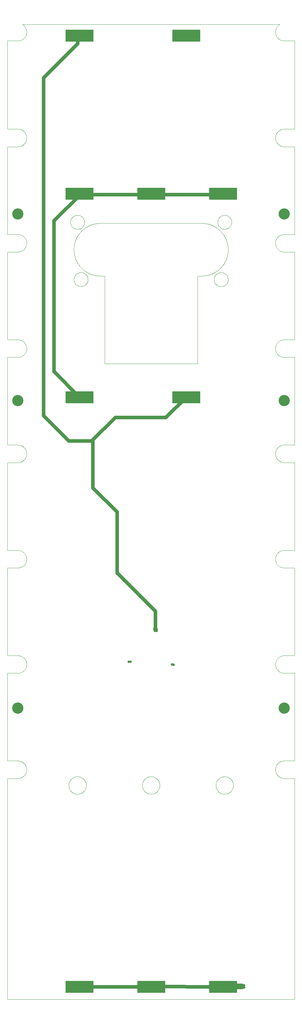
<source format=gtl>
G75*
%MOIN*%
%OFA0B0*%
%FSLAX25Y25*%
%IPPOS*%
%LPD*%
%AMOC8*
5,1,8,0,0,1.08239X$1,22.5*
%
%ADD10C,0.00394*%
%ADD11R,0.31496X0.13780*%
%ADD12C,0.12583*%
%ADD13C,0.12661*%
%ADD14C,0.04000*%
%ADD15C,0.02781*%
D10*
X0102215Y0071072D02*
X0425050Y0071072D01*
X0425050Y0319015D01*
X0413239Y0319015D01*
X0413239Y0319014D02*
X0412999Y0319017D01*
X0412760Y0319026D01*
X0412521Y0319040D01*
X0412282Y0319061D01*
X0412043Y0319087D01*
X0411806Y0319119D01*
X0411569Y0319157D01*
X0411333Y0319200D01*
X0411099Y0319249D01*
X0410866Y0319304D01*
X0410634Y0319365D01*
X0410403Y0319431D01*
X0410175Y0319503D01*
X0409948Y0319581D01*
X0409723Y0319663D01*
X0409500Y0319752D01*
X0409279Y0319846D01*
X0409061Y0319945D01*
X0408845Y0320049D01*
X0408632Y0320159D01*
X0408422Y0320273D01*
X0408214Y0320393D01*
X0408009Y0320518D01*
X0407808Y0320648D01*
X0407610Y0320783D01*
X0407415Y0320922D01*
X0407223Y0321066D01*
X0407035Y0321215D01*
X0406851Y0321368D01*
X0406671Y0321526D01*
X0406494Y0321688D01*
X0406321Y0321855D01*
X0406153Y0322025D01*
X0405989Y0322200D01*
X0405829Y0322378D01*
X0405673Y0322561D01*
X0405522Y0322747D01*
X0405376Y0322937D01*
X0405234Y0323130D01*
X0405097Y0323326D01*
X0404964Y0323526D01*
X0404837Y0323729D01*
X0404715Y0323935D01*
X0404597Y0324145D01*
X0404485Y0324356D01*
X0404378Y0324571D01*
X0404276Y0324788D01*
X0404180Y0325007D01*
X0404089Y0325229D01*
X0404003Y0325453D01*
X0403923Y0325679D01*
X0403849Y0325907D01*
X0403780Y0326136D01*
X0403716Y0326367D01*
X0403658Y0326600D01*
X0403606Y0326834D01*
X0403560Y0327069D01*
X0403519Y0327305D01*
X0403484Y0327543D01*
X0403455Y0327780D01*
X0403432Y0328019D01*
X0403414Y0328258D01*
X0403403Y0328498D01*
X0403397Y0328737D01*
X0403397Y0328977D01*
X0403403Y0329216D01*
X0403414Y0329456D01*
X0403432Y0329695D01*
X0403455Y0329934D01*
X0403484Y0330171D01*
X0403519Y0330409D01*
X0403560Y0330645D01*
X0403606Y0330880D01*
X0403658Y0331114D01*
X0403716Y0331347D01*
X0403780Y0331578D01*
X0403849Y0331807D01*
X0403923Y0332035D01*
X0404003Y0332261D01*
X0404089Y0332485D01*
X0404180Y0332707D01*
X0404276Y0332926D01*
X0404378Y0333143D01*
X0404485Y0333358D01*
X0404597Y0333569D01*
X0404715Y0333779D01*
X0404837Y0333985D01*
X0404964Y0334188D01*
X0405097Y0334388D01*
X0405234Y0334584D01*
X0405376Y0334777D01*
X0405522Y0334967D01*
X0405673Y0335153D01*
X0405829Y0335336D01*
X0405989Y0335514D01*
X0406153Y0335689D01*
X0406321Y0335859D01*
X0406494Y0336026D01*
X0406671Y0336188D01*
X0406851Y0336346D01*
X0407035Y0336499D01*
X0407223Y0336648D01*
X0407415Y0336792D01*
X0407610Y0336931D01*
X0407808Y0337066D01*
X0408009Y0337196D01*
X0408214Y0337321D01*
X0408422Y0337441D01*
X0408632Y0337555D01*
X0408845Y0337665D01*
X0409061Y0337769D01*
X0409279Y0337868D01*
X0409500Y0337962D01*
X0409723Y0338051D01*
X0409948Y0338133D01*
X0410175Y0338211D01*
X0410403Y0338283D01*
X0410634Y0338349D01*
X0410866Y0338410D01*
X0411099Y0338465D01*
X0411333Y0338514D01*
X0411569Y0338557D01*
X0411806Y0338595D01*
X0412043Y0338627D01*
X0412282Y0338653D01*
X0412521Y0338674D01*
X0412760Y0338688D01*
X0412999Y0338697D01*
X0413239Y0338700D01*
X0425050Y0338700D01*
X0425050Y0437125D01*
X0413239Y0437125D01*
X0413239Y0437124D02*
X0412999Y0437127D01*
X0412760Y0437136D01*
X0412521Y0437150D01*
X0412282Y0437171D01*
X0412043Y0437197D01*
X0411806Y0437229D01*
X0411569Y0437267D01*
X0411333Y0437310D01*
X0411099Y0437359D01*
X0410866Y0437414D01*
X0410634Y0437475D01*
X0410403Y0437541D01*
X0410175Y0437613D01*
X0409948Y0437691D01*
X0409723Y0437773D01*
X0409500Y0437862D01*
X0409279Y0437956D01*
X0409061Y0438055D01*
X0408845Y0438159D01*
X0408632Y0438269D01*
X0408422Y0438383D01*
X0408214Y0438503D01*
X0408009Y0438628D01*
X0407808Y0438758D01*
X0407610Y0438893D01*
X0407415Y0439032D01*
X0407223Y0439176D01*
X0407035Y0439325D01*
X0406851Y0439478D01*
X0406671Y0439636D01*
X0406494Y0439798D01*
X0406321Y0439965D01*
X0406153Y0440135D01*
X0405989Y0440310D01*
X0405829Y0440488D01*
X0405673Y0440671D01*
X0405522Y0440857D01*
X0405376Y0441047D01*
X0405234Y0441240D01*
X0405097Y0441436D01*
X0404964Y0441636D01*
X0404837Y0441839D01*
X0404715Y0442045D01*
X0404597Y0442255D01*
X0404485Y0442466D01*
X0404378Y0442681D01*
X0404276Y0442898D01*
X0404180Y0443117D01*
X0404089Y0443339D01*
X0404003Y0443563D01*
X0403923Y0443789D01*
X0403849Y0444017D01*
X0403780Y0444246D01*
X0403716Y0444477D01*
X0403658Y0444710D01*
X0403606Y0444944D01*
X0403560Y0445179D01*
X0403519Y0445415D01*
X0403484Y0445653D01*
X0403455Y0445890D01*
X0403432Y0446129D01*
X0403414Y0446368D01*
X0403403Y0446608D01*
X0403397Y0446847D01*
X0403397Y0447087D01*
X0403403Y0447326D01*
X0403414Y0447566D01*
X0403432Y0447805D01*
X0403455Y0448044D01*
X0403484Y0448281D01*
X0403519Y0448519D01*
X0403560Y0448755D01*
X0403606Y0448990D01*
X0403658Y0449224D01*
X0403716Y0449457D01*
X0403780Y0449688D01*
X0403849Y0449917D01*
X0403923Y0450145D01*
X0404003Y0450371D01*
X0404089Y0450595D01*
X0404180Y0450817D01*
X0404276Y0451036D01*
X0404378Y0451253D01*
X0404485Y0451468D01*
X0404597Y0451679D01*
X0404715Y0451889D01*
X0404837Y0452095D01*
X0404964Y0452298D01*
X0405097Y0452498D01*
X0405234Y0452694D01*
X0405376Y0452887D01*
X0405522Y0453077D01*
X0405673Y0453263D01*
X0405829Y0453446D01*
X0405989Y0453624D01*
X0406153Y0453799D01*
X0406321Y0453969D01*
X0406494Y0454136D01*
X0406671Y0454298D01*
X0406851Y0454456D01*
X0407035Y0454609D01*
X0407223Y0454758D01*
X0407415Y0454902D01*
X0407610Y0455041D01*
X0407808Y0455176D01*
X0408009Y0455306D01*
X0408214Y0455431D01*
X0408422Y0455551D01*
X0408632Y0455665D01*
X0408845Y0455775D01*
X0409061Y0455879D01*
X0409279Y0455978D01*
X0409500Y0456072D01*
X0409723Y0456161D01*
X0409948Y0456243D01*
X0410175Y0456321D01*
X0410403Y0456393D01*
X0410634Y0456459D01*
X0410866Y0456520D01*
X0411099Y0456575D01*
X0411333Y0456624D01*
X0411569Y0456667D01*
X0411806Y0456705D01*
X0412043Y0456737D01*
X0412282Y0456763D01*
X0412521Y0456784D01*
X0412760Y0456798D01*
X0412999Y0456807D01*
X0413239Y0456810D01*
X0425050Y0456810D01*
X0425050Y0555235D01*
X0413239Y0555235D01*
X0412999Y0555238D01*
X0412760Y0555247D01*
X0412521Y0555261D01*
X0412282Y0555282D01*
X0412043Y0555308D01*
X0411806Y0555340D01*
X0411569Y0555378D01*
X0411333Y0555421D01*
X0411099Y0555470D01*
X0410866Y0555525D01*
X0410634Y0555586D01*
X0410403Y0555652D01*
X0410175Y0555724D01*
X0409948Y0555802D01*
X0409723Y0555884D01*
X0409500Y0555973D01*
X0409279Y0556067D01*
X0409061Y0556166D01*
X0408845Y0556270D01*
X0408632Y0556380D01*
X0408422Y0556494D01*
X0408214Y0556614D01*
X0408009Y0556739D01*
X0407808Y0556869D01*
X0407610Y0557004D01*
X0407415Y0557143D01*
X0407223Y0557287D01*
X0407035Y0557436D01*
X0406851Y0557589D01*
X0406671Y0557747D01*
X0406494Y0557909D01*
X0406321Y0558076D01*
X0406153Y0558246D01*
X0405989Y0558421D01*
X0405829Y0558599D01*
X0405673Y0558782D01*
X0405522Y0558968D01*
X0405376Y0559158D01*
X0405234Y0559351D01*
X0405097Y0559547D01*
X0404964Y0559747D01*
X0404837Y0559950D01*
X0404715Y0560157D01*
X0404597Y0560366D01*
X0404485Y0560577D01*
X0404378Y0560792D01*
X0404276Y0561009D01*
X0404180Y0561228D01*
X0404089Y0561450D01*
X0404003Y0561674D01*
X0403923Y0561900D01*
X0403849Y0562128D01*
X0403780Y0562357D01*
X0403716Y0562588D01*
X0403658Y0562821D01*
X0403606Y0563055D01*
X0403560Y0563290D01*
X0403519Y0563526D01*
X0403484Y0563764D01*
X0403455Y0564001D01*
X0403432Y0564240D01*
X0403414Y0564479D01*
X0403403Y0564719D01*
X0403397Y0564958D01*
X0403397Y0565198D01*
X0403403Y0565437D01*
X0403414Y0565677D01*
X0403432Y0565916D01*
X0403455Y0566155D01*
X0403484Y0566392D01*
X0403519Y0566630D01*
X0403560Y0566866D01*
X0403606Y0567101D01*
X0403658Y0567335D01*
X0403716Y0567568D01*
X0403780Y0567799D01*
X0403849Y0568028D01*
X0403923Y0568256D01*
X0404003Y0568482D01*
X0404089Y0568706D01*
X0404180Y0568928D01*
X0404276Y0569147D01*
X0404378Y0569364D01*
X0404485Y0569579D01*
X0404597Y0569790D01*
X0404715Y0570000D01*
X0404837Y0570206D01*
X0404964Y0570409D01*
X0405097Y0570609D01*
X0405234Y0570805D01*
X0405376Y0570998D01*
X0405522Y0571188D01*
X0405673Y0571374D01*
X0405829Y0571557D01*
X0405989Y0571735D01*
X0406153Y0571910D01*
X0406321Y0572080D01*
X0406494Y0572247D01*
X0406671Y0572409D01*
X0406851Y0572567D01*
X0407035Y0572720D01*
X0407223Y0572869D01*
X0407415Y0573013D01*
X0407610Y0573152D01*
X0407808Y0573287D01*
X0408009Y0573417D01*
X0408214Y0573542D01*
X0408422Y0573662D01*
X0408632Y0573776D01*
X0408845Y0573886D01*
X0409061Y0573990D01*
X0409279Y0574089D01*
X0409500Y0574183D01*
X0409723Y0574272D01*
X0409948Y0574354D01*
X0410175Y0574432D01*
X0410403Y0574504D01*
X0410634Y0574570D01*
X0410866Y0574631D01*
X0411099Y0574686D01*
X0411333Y0574735D01*
X0411569Y0574778D01*
X0411806Y0574816D01*
X0412043Y0574848D01*
X0412282Y0574874D01*
X0412521Y0574895D01*
X0412760Y0574909D01*
X0412999Y0574918D01*
X0413239Y0574921D01*
X0413239Y0574920D02*
X0425050Y0574920D01*
X0425050Y0673345D01*
X0413239Y0673345D01*
X0412999Y0673348D01*
X0412760Y0673357D01*
X0412521Y0673371D01*
X0412282Y0673392D01*
X0412043Y0673418D01*
X0411806Y0673450D01*
X0411569Y0673488D01*
X0411333Y0673531D01*
X0411099Y0673580D01*
X0410866Y0673635D01*
X0410634Y0673696D01*
X0410403Y0673762D01*
X0410175Y0673834D01*
X0409948Y0673912D01*
X0409723Y0673994D01*
X0409500Y0674083D01*
X0409279Y0674177D01*
X0409061Y0674276D01*
X0408845Y0674380D01*
X0408632Y0674490D01*
X0408422Y0674604D01*
X0408214Y0674724D01*
X0408009Y0674849D01*
X0407808Y0674979D01*
X0407610Y0675114D01*
X0407415Y0675253D01*
X0407223Y0675397D01*
X0407035Y0675546D01*
X0406851Y0675699D01*
X0406671Y0675857D01*
X0406494Y0676019D01*
X0406321Y0676186D01*
X0406153Y0676356D01*
X0405989Y0676531D01*
X0405829Y0676709D01*
X0405673Y0676892D01*
X0405522Y0677078D01*
X0405376Y0677268D01*
X0405234Y0677461D01*
X0405097Y0677657D01*
X0404964Y0677857D01*
X0404837Y0678060D01*
X0404715Y0678267D01*
X0404597Y0678476D01*
X0404485Y0678687D01*
X0404378Y0678902D01*
X0404276Y0679119D01*
X0404180Y0679338D01*
X0404089Y0679560D01*
X0404003Y0679784D01*
X0403923Y0680010D01*
X0403849Y0680238D01*
X0403780Y0680467D01*
X0403716Y0680698D01*
X0403658Y0680931D01*
X0403606Y0681165D01*
X0403560Y0681400D01*
X0403519Y0681636D01*
X0403484Y0681874D01*
X0403455Y0682111D01*
X0403432Y0682350D01*
X0403414Y0682589D01*
X0403403Y0682829D01*
X0403397Y0683068D01*
X0403397Y0683308D01*
X0403403Y0683547D01*
X0403414Y0683787D01*
X0403432Y0684026D01*
X0403455Y0684265D01*
X0403484Y0684502D01*
X0403519Y0684740D01*
X0403560Y0684976D01*
X0403606Y0685211D01*
X0403658Y0685445D01*
X0403716Y0685678D01*
X0403780Y0685909D01*
X0403849Y0686138D01*
X0403923Y0686366D01*
X0404003Y0686592D01*
X0404089Y0686816D01*
X0404180Y0687038D01*
X0404276Y0687257D01*
X0404378Y0687474D01*
X0404485Y0687689D01*
X0404597Y0687900D01*
X0404715Y0688110D01*
X0404837Y0688316D01*
X0404964Y0688519D01*
X0405097Y0688719D01*
X0405234Y0688915D01*
X0405376Y0689108D01*
X0405522Y0689298D01*
X0405673Y0689484D01*
X0405829Y0689667D01*
X0405989Y0689845D01*
X0406153Y0690020D01*
X0406321Y0690190D01*
X0406494Y0690357D01*
X0406671Y0690519D01*
X0406851Y0690677D01*
X0407035Y0690830D01*
X0407223Y0690979D01*
X0407415Y0691123D01*
X0407610Y0691262D01*
X0407808Y0691397D01*
X0408009Y0691527D01*
X0408214Y0691652D01*
X0408422Y0691772D01*
X0408632Y0691886D01*
X0408845Y0691996D01*
X0409061Y0692100D01*
X0409279Y0692199D01*
X0409500Y0692293D01*
X0409723Y0692382D01*
X0409948Y0692464D01*
X0410175Y0692542D01*
X0410403Y0692614D01*
X0410634Y0692680D01*
X0410866Y0692741D01*
X0411099Y0692796D01*
X0411333Y0692845D01*
X0411569Y0692888D01*
X0411806Y0692926D01*
X0412043Y0692958D01*
X0412282Y0692984D01*
X0412521Y0693005D01*
X0412760Y0693019D01*
X0412999Y0693028D01*
X0413239Y0693031D01*
X0413239Y0693030D02*
X0425050Y0693030D01*
X0425050Y0791456D01*
X0413239Y0791456D01*
X0413239Y0791455D02*
X0412999Y0791458D01*
X0412760Y0791467D01*
X0412521Y0791481D01*
X0412282Y0791502D01*
X0412043Y0791528D01*
X0411806Y0791560D01*
X0411569Y0791598D01*
X0411333Y0791641D01*
X0411099Y0791690D01*
X0410866Y0791745D01*
X0410634Y0791806D01*
X0410403Y0791872D01*
X0410175Y0791944D01*
X0409948Y0792022D01*
X0409723Y0792104D01*
X0409500Y0792193D01*
X0409279Y0792287D01*
X0409061Y0792386D01*
X0408845Y0792490D01*
X0408632Y0792600D01*
X0408422Y0792714D01*
X0408214Y0792834D01*
X0408009Y0792959D01*
X0407808Y0793089D01*
X0407610Y0793224D01*
X0407415Y0793363D01*
X0407223Y0793507D01*
X0407035Y0793656D01*
X0406851Y0793809D01*
X0406671Y0793967D01*
X0406494Y0794129D01*
X0406321Y0794296D01*
X0406153Y0794466D01*
X0405989Y0794641D01*
X0405829Y0794819D01*
X0405673Y0795002D01*
X0405522Y0795188D01*
X0405376Y0795378D01*
X0405234Y0795571D01*
X0405097Y0795767D01*
X0404964Y0795967D01*
X0404837Y0796170D01*
X0404715Y0796377D01*
X0404597Y0796586D01*
X0404485Y0796797D01*
X0404378Y0797012D01*
X0404276Y0797229D01*
X0404180Y0797448D01*
X0404089Y0797670D01*
X0404003Y0797894D01*
X0403923Y0798120D01*
X0403849Y0798348D01*
X0403780Y0798577D01*
X0403716Y0798808D01*
X0403658Y0799041D01*
X0403606Y0799275D01*
X0403560Y0799510D01*
X0403519Y0799746D01*
X0403484Y0799984D01*
X0403455Y0800221D01*
X0403432Y0800460D01*
X0403414Y0800699D01*
X0403403Y0800939D01*
X0403397Y0801178D01*
X0403397Y0801418D01*
X0403403Y0801657D01*
X0403414Y0801897D01*
X0403432Y0802136D01*
X0403455Y0802375D01*
X0403484Y0802612D01*
X0403519Y0802850D01*
X0403560Y0803086D01*
X0403606Y0803321D01*
X0403658Y0803555D01*
X0403716Y0803788D01*
X0403780Y0804019D01*
X0403849Y0804248D01*
X0403923Y0804476D01*
X0404003Y0804702D01*
X0404089Y0804926D01*
X0404180Y0805148D01*
X0404276Y0805367D01*
X0404378Y0805584D01*
X0404485Y0805799D01*
X0404597Y0806010D01*
X0404715Y0806220D01*
X0404837Y0806426D01*
X0404964Y0806629D01*
X0405097Y0806829D01*
X0405234Y0807025D01*
X0405376Y0807218D01*
X0405522Y0807408D01*
X0405673Y0807594D01*
X0405829Y0807777D01*
X0405989Y0807955D01*
X0406153Y0808130D01*
X0406321Y0808300D01*
X0406494Y0808467D01*
X0406671Y0808629D01*
X0406851Y0808787D01*
X0407035Y0808940D01*
X0407223Y0809089D01*
X0407415Y0809233D01*
X0407610Y0809372D01*
X0407808Y0809507D01*
X0408009Y0809637D01*
X0408214Y0809762D01*
X0408422Y0809882D01*
X0408632Y0809996D01*
X0408845Y0810106D01*
X0409061Y0810210D01*
X0409279Y0810309D01*
X0409500Y0810403D01*
X0409723Y0810492D01*
X0409948Y0810574D01*
X0410175Y0810652D01*
X0410403Y0810724D01*
X0410634Y0810790D01*
X0410866Y0810851D01*
X0411099Y0810906D01*
X0411333Y0810955D01*
X0411569Y0810998D01*
X0411806Y0811036D01*
X0412043Y0811068D01*
X0412282Y0811094D01*
X0412521Y0811115D01*
X0412760Y0811129D01*
X0412999Y0811138D01*
X0413239Y0811141D01*
X0425050Y0811141D01*
X0425050Y0909566D01*
X0413239Y0909566D01*
X0413239Y0909565D02*
X0412999Y0909568D01*
X0412760Y0909577D01*
X0412521Y0909591D01*
X0412282Y0909612D01*
X0412043Y0909638D01*
X0411806Y0909670D01*
X0411569Y0909708D01*
X0411333Y0909751D01*
X0411099Y0909800D01*
X0410866Y0909855D01*
X0410634Y0909916D01*
X0410403Y0909982D01*
X0410175Y0910054D01*
X0409948Y0910132D01*
X0409723Y0910214D01*
X0409500Y0910303D01*
X0409279Y0910397D01*
X0409061Y0910496D01*
X0408845Y0910600D01*
X0408632Y0910710D01*
X0408422Y0910824D01*
X0408214Y0910944D01*
X0408009Y0911069D01*
X0407808Y0911199D01*
X0407610Y0911334D01*
X0407415Y0911473D01*
X0407223Y0911617D01*
X0407035Y0911766D01*
X0406851Y0911919D01*
X0406671Y0912077D01*
X0406494Y0912239D01*
X0406321Y0912406D01*
X0406153Y0912576D01*
X0405989Y0912751D01*
X0405829Y0912929D01*
X0405673Y0913112D01*
X0405522Y0913298D01*
X0405376Y0913488D01*
X0405234Y0913681D01*
X0405097Y0913877D01*
X0404964Y0914077D01*
X0404837Y0914280D01*
X0404715Y0914487D01*
X0404597Y0914696D01*
X0404485Y0914907D01*
X0404378Y0915122D01*
X0404276Y0915339D01*
X0404180Y0915558D01*
X0404089Y0915780D01*
X0404003Y0916004D01*
X0403923Y0916230D01*
X0403849Y0916458D01*
X0403780Y0916687D01*
X0403716Y0916918D01*
X0403658Y0917151D01*
X0403606Y0917385D01*
X0403560Y0917620D01*
X0403519Y0917856D01*
X0403484Y0918094D01*
X0403455Y0918331D01*
X0403432Y0918570D01*
X0403414Y0918809D01*
X0403403Y0919049D01*
X0403397Y0919288D01*
X0403397Y0919528D01*
X0403403Y0919767D01*
X0403414Y0920007D01*
X0403432Y0920246D01*
X0403455Y0920485D01*
X0403484Y0920722D01*
X0403519Y0920960D01*
X0403560Y0921196D01*
X0403606Y0921431D01*
X0403658Y0921665D01*
X0403716Y0921898D01*
X0403780Y0922129D01*
X0403849Y0922358D01*
X0403923Y0922586D01*
X0404003Y0922812D01*
X0404089Y0923036D01*
X0404180Y0923258D01*
X0404276Y0923477D01*
X0404378Y0923694D01*
X0404485Y0923909D01*
X0404597Y0924120D01*
X0404715Y0924330D01*
X0404837Y0924536D01*
X0404964Y0924739D01*
X0405097Y0924939D01*
X0405234Y0925135D01*
X0405376Y0925328D01*
X0405522Y0925518D01*
X0405673Y0925704D01*
X0405829Y0925887D01*
X0405989Y0926065D01*
X0406153Y0926240D01*
X0406321Y0926410D01*
X0406494Y0926577D01*
X0406671Y0926739D01*
X0406851Y0926897D01*
X0407035Y0927050D01*
X0407223Y0927199D01*
X0407415Y0927343D01*
X0407610Y0927482D01*
X0407808Y0927617D01*
X0408009Y0927747D01*
X0408214Y0927872D01*
X0408422Y0927992D01*
X0408632Y0928106D01*
X0408845Y0928216D01*
X0409061Y0928320D01*
X0409279Y0928419D01*
X0409500Y0928513D01*
X0409723Y0928602D01*
X0409948Y0928684D01*
X0410175Y0928762D01*
X0410403Y0928834D01*
X0410634Y0928900D01*
X0410866Y0928961D01*
X0411099Y0929016D01*
X0411333Y0929065D01*
X0411569Y0929108D01*
X0411806Y0929146D01*
X0412043Y0929178D01*
X0412282Y0929204D01*
X0412521Y0929225D01*
X0412760Y0929239D01*
X0412999Y0929248D01*
X0413239Y0929251D01*
X0425050Y0929251D01*
X0425050Y1027676D01*
X0413239Y1027676D01*
X0412999Y1027679D01*
X0412760Y1027688D01*
X0412521Y1027702D01*
X0412282Y1027723D01*
X0412043Y1027749D01*
X0411806Y1027781D01*
X0411569Y1027819D01*
X0411333Y1027862D01*
X0411099Y1027911D01*
X0410866Y1027966D01*
X0410634Y1028027D01*
X0410403Y1028093D01*
X0410175Y1028165D01*
X0409948Y1028243D01*
X0409723Y1028325D01*
X0409500Y1028414D01*
X0409279Y1028508D01*
X0409061Y1028607D01*
X0408845Y1028711D01*
X0408632Y1028821D01*
X0408422Y1028935D01*
X0408214Y1029055D01*
X0408009Y1029180D01*
X0407808Y1029310D01*
X0407610Y1029445D01*
X0407415Y1029584D01*
X0407223Y1029728D01*
X0407035Y1029877D01*
X0406851Y1030030D01*
X0406671Y1030188D01*
X0406494Y1030350D01*
X0406321Y1030517D01*
X0406153Y1030687D01*
X0405989Y1030862D01*
X0405829Y1031040D01*
X0405673Y1031223D01*
X0405522Y1031409D01*
X0405376Y1031599D01*
X0405234Y1031792D01*
X0405097Y1031988D01*
X0404964Y1032188D01*
X0404837Y1032391D01*
X0404715Y1032598D01*
X0404597Y1032807D01*
X0404485Y1033018D01*
X0404378Y1033233D01*
X0404276Y1033450D01*
X0404180Y1033669D01*
X0404089Y1033891D01*
X0404003Y1034115D01*
X0403923Y1034341D01*
X0403849Y1034569D01*
X0403780Y1034798D01*
X0403716Y1035029D01*
X0403658Y1035262D01*
X0403606Y1035496D01*
X0403560Y1035731D01*
X0403519Y1035967D01*
X0403484Y1036205D01*
X0403455Y1036442D01*
X0403432Y1036681D01*
X0403414Y1036920D01*
X0403403Y1037160D01*
X0403397Y1037399D01*
X0403397Y1037639D01*
X0403403Y1037878D01*
X0403414Y1038118D01*
X0403432Y1038357D01*
X0403455Y1038596D01*
X0403484Y1038833D01*
X0403519Y1039071D01*
X0403560Y1039307D01*
X0403606Y1039542D01*
X0403658Y1039776D01*
X0403716Y1040009D01*
X0403780Y1040240D01*
X0403849Y1040469D01*
X0403923Y1040697D01*
X0404003Y1040923D01*
X0404089Y1041147D01*
X0404180Y1041369D01*
X0404276Y1041588D01*
X0404378Y1041805D01*
X0404485Y1042020D01*
X0404597Y1042231D01*
X0404715Y1042441D01*
X0404837Y1042647D01*
X0404964Y1042850D01*
X0405097Y1043050D01*
X0405234Y1043246D01*
X0405376Y1043439D01*
X0405522Y1043629D01*
X0405673Y1043815D01*
X0405829Y1043998D01*
X0405989Y1044176D01*
X0406153Y1044351D01*
X0406321Y1044521D01*
X0406494Y1044688D01*
X0406671Y1044850D01*
X0406851Y1045008D01*
X0407035Y1045161D01*
X0407223Y1045310D01*
X0407415Y1045454D01*
X0407610Y1045593D01*
X0407808Y1045728D01*
X0408009Y1045858D01*
X0408214Y1045983D01*
X0408422Y1046103D01*
X0408632Y1046217D01*
X0408845Y1046327D01*
X0409061Y1046431D01*
X0409279Y1046530D01*
X0409500Y1046624D01*
X0409723Y1046713D01*
X0409948Y1046795D01*
X0410175Y1046873D01*
X0410403Y1046945D01*
X0410634Y1047011D01*
X0410866Y1047072D01*
X0411099Y1047127D01*
X0411333Y1047176D01*
X0411569Y1047219D01*
X0411806Y1047257D01*
X0412043Y1047289D01*
X0412282Y1047315D01*
X0412521Y1047336D01*
X0412760Y1047350D01*
X0412999Y1047359D01*
X0413239Y1047362D01*
X0413239Y1047361D02*
X0425050Y1047361D01*
X0425050Y1146466D01*
X0413239Y1146466D01*
X0413239Y1146465D02*
X0412999Y1146468D01*
X0412760Y1146477D01*
X0412520Y1146491D01*
X0412282Y1146512D01*
X0412043Y1146538D01*
X0411806Y1146570D01*
X0411569Y1146608D01*
X0411333Y1146651D01*
X0411099Y1146701D01*
X0410865Y1146756D01*
X0410633Y1146816D01*
X0410403Y1146882D01*
X0410174Y1146954D01*
X0409947Y1147032D01*
X0409722Y1147115D01*
X0409500Y1147203D01*
X0409279Y1147297D01*
X0409061Y1147396D01*
X0408845Y1147500D01*
X0408632Y1147610D01*
X0408421Y1147725D01*
X0408214Y1147845D01*
X0408009Y1147969D01*
X0407807Y1148099D01*
X0407609Y1148234D01*
X0407414Y1148373D01*
X0407223Y1148518D01*
X0407035Y1148667D01*
X0406851Y1148820D01*
X0406670Y1148978D01*
X0406494Y1149140D01*
X0406321Y1149306D01*
X0406152Y1149477D01*
X0405988Y1149651D01*
X0405828Y1149830D01*
X0405673Y1150012D01*
X0405522Y1150198D01*
X0405375Y1150388D01*
X0405233Y1150581D01*
X0405096Y1150778D01*
X0404964Y1150978D01*
X0404837Y1151181D01*
X0404714Y1151387D01*
X0404597Y1151596D01*
X0404485Y1151808D01*
X0404378Y1152023D01*
X0404276Y1152240D01*
X0404180Y1152459D01*
X0404089Y1152681D01*
X0404003Y1152905D01*
X0403923Y1153131D01*
X0403848Y1153359D01*
X0403779Y1153588D01*
X0403716Y1153820D01*
X0403658Y1154052D01*
X0403606Y1154286D01*
X0403559Y1154521D01*
X0403519Y1154758D01*
X0403484Y1154995D01*
X0403455Y1155233D01*
X0403432Y1155471D01*
X0403414Y1155710D01*
X0403403Y1155950D01*
X0403397Y1156190D01*
X0403397Y1156429D01*
X0403403Y1156669D01*
X0403414Y1156908D01*
X0403432Y1157148D01*
X0403455Y1157386D01*
X0403484Y1157624D01*
X0403519Y1157861D01*
X0403560Y1158097D01*
X0403606Y1158333D01*
X0403659Y1158567D01*
X0403716Y1158799D01*
X0403780Y1159030D01*
X0403849Y1159260D01*
X0403924Y1159488D01*
X0404004Y1159714D01*
X0404090Y1159938D01*
X0404181Y1160159D01*
X0404277Y1160379D01*
X0404379Y1160596D01*
X0404486Y1160810D01*
X0404598Y1161022D01*
X0404716Y1161231D01*
X0404838Y1161437D01*
X0404966Y1161640D01*
X0405098Y1161840D01*
X0405235Y1162037D01*
X0405377Y1162230D01*
X0405523Y1162420D01*
X0405675Y1162606D01*
X0405830Y1162788D01*
X0405990Y1162967D01*
X0406155Y1163141D01*
X0406323Y1163312D01*
X0406496Y1163478D01*
X0406672Y1163640D01*
X0406853Y1163798D01*
X0407037Y1163951D01*
X0407225Y1164100D01*
X0407417Y1164244D01*
X0407612Y1164384D01*
X0407810Y1164518D01*
X0408011Y1164648D01*
X0408216Y1164773D01*
X0119049Y1164773D01*
X0119254Y1164648D01*
X0119455Y1164518D01*
X0119653Y1164384D01*
X0119848Y1164244D01*
X0120040Y1164100D01*
X0120228Y1163951D01*
X0120412Y1163798D01*
X0120593Y1163640D01*
X0120769Y1163478D01*
X0120942Y1163312D01*
X0121110Y1163141D01*
X0121275Y1162967D01*
X0121435Y1162788D01*
X0121590Y1162606D01*
X0121742Y1162420D01*
X0121888Y1162230D01*
X0122030Y1162037D01*
X0122167Y1161840D01*
X0122299Y1161640D01*
X0122427Y1161437D01*
X0122549Y1161231D01*
X0122667Y1161022D01*
X0122779Y1160810D01*
X0122886Y1160596D01*
X0122988Y1160379D01*
X0123084Y1160159D01*
X0123175Y1159938D01*
X0123261Y1159714D01*
X0123341Y1159488D01*
X0123416Y1159260D01*
X0123485Y1159030D01*
X0123549Y1158799D01*
X0123606Y1158567D01*
X0123659Y1158333D01*
X0123705Y1158097D01*
X0123746Y1157861D01*
X0123781Y1157624D01*
X0123810Y1157386D01*
X0123833Y1157148D01*
X0123851Y1156908D01*
X0123862Y1156669D01*
X0123868Y1156429D01*
X0123868Y1156190D01*
X0123862Y1155950D01*
X0123851Y1155710D01*
X0123833Y1155471D01*
X0123810Y1155233D01*
X0123781Y1154995D01*
X0123746Y1154758D01*
X0123706Y1154521D01*
X0123659Y1154286D01*
X0123607Y1154052D01*
X0123549Y1153820D01*
X0123486Y1153588D01*
X0123417Y1153359D01*
X0123342Y1153131D01*
X0123262Y1152905D01*
X0123176Y1152681D01*
X0123085Y1152459D01*
X0122989Y1152240D01*
X0122887Y1152023D01*
X0122780Y1151808D01*
X0122668Y1151596D01*
X0122551Y1151387D01*
X0122428Y1151181D01*
X0122301Y1150978D01*
X0122169Y1150778D01*
X0122032Y1150581D01*
X0121890Y1150388D01*
X0121743Y1150198D01*
X0121592Y1150012D01*
X0121437Y1149830D01*
X0121277Y1149651D01*
X0121113Y1149477D01*
X0120944Y1149306D01*
X0120771Y1149140D01*
X0120595Y1148978D01*
X0120414Y1148820D01*
X0120230Y1148667D01*
X0120042Y1148518D01*
X0119851Y1148373D01*
X0119656Y1148234D01*
X0119458Y1148099D01*
X0119256Y1147969D01*
X0119051Y1147845D01*
X0118844Y1147725D01*
X0118633Y1147610D01*
X0118420Y1147500D01*
X0118204Y1147396D01*
X0117986Y1147297D01*
X0117765Y1147203D01*
X0117543Y1147115D01*
X0117318Y1147032D01*
X0117091Y1146954D01*
X0116862Y1146882D01*
X0116632Y1146816D01*
X0116400Y1146756D01*
X0116166Y1146701D01*
X0115932Y1146651D01*
X0115696Y1146608D01*
X0115459Y1146570D01*
X0115222Y1146538D01*
X0114983Y1146512D01*
X0114745Y1146491D01*
X0114505Y1146477D01*
X0114266Y1146468D01*
X0114026Y1146465D01*
X0114026Y1146466D02*
X0102215Y1146466D01*
X0102215Y1047361D01*
X0114026Y1047361D01*
X0114026Y1047362D02*
X0114266Y1047359D01*
X0114505Y1047350D01*
X0114744Y1047336D01*
X0114983Y1047315D01*
X0115222Y1047289D01*
X0115459Y1047257D01*
X0115696Y1047219D01*
X0115932Y1047176D01*
X0116166Y1047127D01*
X0116399Y1047072D01*
X0116631Y1047011D01*
X0116862Y1046945D01*
X0117090Y1046873D01*
X0117317Y1046795D01*
X0117542Y1046713D01*
X0117765Y1046624D01*
X0117986Y1046530D01*
X0118204Y1046431D01*
X0118420Y1046327D01*
X0118633Y1046217D01*
X0118843Y1046103D01*
X0119051Y1045983D01*
X0119256Y1045858D01*
X0119457Y1045728D01*
X0119655Y1045593D01*
X0119850Y1045454D01*
X0120042Y1045310D01*
X0120230Y1045161D01*
X0120414Y1045008D01*
X0120594Y1044850D01*
X0120771Y1044688D01*
X0120944Y1044521D01*
X0121112Y1044351D01*
X0121276Y1044176D01*
X0121436Y1043998D01*
X0121592Y1043815D01*
X0121743Y1043629D01*
X0121889Y1043439D01*
X0122031Y1043246D01*
X0122168Y1043050D01*
X0122301Y1042850D01*
X0122428Y1042647D01*
X0122550Y1042441D01*
X0122668Y1042231D01*
X0122780Y1042020D01*
X0122887Y1041805D01*
X0122989Y1041588D01*
X0123085Y1041369D01*
X0123176Y1041147D01*
X0123262Y1040923D01*
X0123342Y1040697D01*
X0123416Y1040469D01*
X0123485Y1040240D01*
X0123549Y1040009D01*
X0123607Y1039776D01*
X0123659Y1039542D01*
X0123705Y1039307D01*
X0123746Y1039071D01*
X0123781Y1038833D01*
X0123810Y1038596D01*
X0123833Y1038357D01*
X0123851Y1038118D01*
X0123862Y1037878D01*
X0123868Y1037639D01*
X0123868Y1037399D01*
X0123862Y1037160D01*
X0123851Y1036920D01*
X0123833Y1036681D01*
X0123810Y1036442D01*
X0123781Y1036205D01*
X0123746Y1035967D01*
X0123705Y1035731D01*
X0123659Y1035496D01*
X0123607Y1035262D01*
X0123549Y1035029D01*
X0123485Y1034798D01*
X0123416Y1034569D01*
X0123342Y1034341D01*
X0123262Y1034115D01*
X0123176Y1033891D01*
X0123085Y1033669D01*
X0122989Y1033450D01*
X0122887Y1033233D01*
X0122780Y1033018D01*
X0122668Y1032807D01*
X0122550Y1032598D01*
X0122428Y1032391D01*
X0122301Y1032188D01*
X0122168Y1031988D01*
X0122031Y1031792D01*
X0121889Y1031599D01*
X0121743Y1031409D01*
X0121592Y1031223D01*
X0121436Y1031040D01*
X0121276Y1030862D01*
X0121112Y1030687D01*
X0120944Y1030517D01*
X0120771Y1030350D01*
X0120594Y1030188D01*
X0120414Y1030030D01*
X0120230Y1029877D01*
X0120042Y1029728D01*
X0119850Y1029584D01*
X0119655Y1029445D01*
X0119457Y1029310D01*
X0119256Y1029180D01*
X0119051Y1029055D01*
X0118843Y1028935D01*
X0118633Y1028821D01*
X0118420Y1028711D01*
X0118204Y1028607D01*
X0117986Y1028508D01*
X0117765Y1028414D01*
X0117542Y1028325D01*
X0117317Y1028243D01*
X0117090Y1028165D01*
X0116862Y1028093D01*
X0116631Y1028027D01*
X0116399Y1027966D01*
X0116166Y1027911D01*
X0115932Y1027862D01*
X0115696Y1027819D01*
X0115459Y1027781D01*
X0115222Y1027749D01*
X0114983Y1027723D01*
X0114744Y1027702D01*
X0114505Y1027688D01*
X0114266Y1027679D01*
X0114026Y1027676D01*
X0102215Y1027676D01*
X0102215Y0929251D01*
X0114026Y0929251D01*
X0114266Y0929248D01*
X0114505Y0929239D01*
X0114744Y0929225D01*
X0114983Y0929204D01*
X0115222Y0929178D01*
X0115459Y0929146D01*
X0115696Y0929108D01*
X0115932Y0929065D01*
X0116166Y0929016D01*
X0116399Y0928961D01*
X0116631Y0928900D01*
X0116862Y0928834D01*
X0117090Y0928762D01*
X0117317Y0928684D01*
X0117542Y0928602D01*
X0117765Y0928513D01*
X0117986Y0928419D01*
X0118204Y0928320D01*
X0118420Y0928216D01*
X0118633Y0928106D01*
X0118843Y0927992D01*
X0119051Y0927872D01*
X0119256Y0927747D01*
X0119457Y0927617D01*
X0119655Y0927482D01*
X0119850Y0927343D01*
X0120042Y0927199D01*
X0120230Y0927050D01*
X0120414Y0926897D01*
X0120594Y0926739D01*
X0120771Y0926577D01*
X0120944Y0926410D01*
X0121112Y0926240D01*
X0121276Y0926065D01*
X0121436Y0925887D01*
X0121592Y0925704D01*
X0121743Y0925518D01*
X0121889Y0925328D01*
X0122031Y0925135D01*
X0122168Y0924939D01*
X0122301Y0924739D01*
X0122428Y0924536D01*
X0122550Y0924330D01*
X0122668Y0924120D01*
X0122780Y0923909D01*
X0122887Y0923694D01*
X0122989Y0923477D01*
X0123085Y0923258D01*
X0123176Y0923036D01*
X0123262Y0922812D01*
X0123342Y0922586D01*
X0123416Y0922358D01*
X0123485Y0922129D01*
X0123549Y0921898D01*
X0123607Y0921665D01*
X0123659Y0921431D01*
X0123705Y0921196D01*
X0123746Y0920960D01*
X0123781Y0920722D01*
X0123810Y0920485D01*
X0123833Y0920246D01*
X0123851Y0920007D01*
X0123862Y0919767D01*
X0123868Y0919528D01*
X0123868Y0919288D01*
X0123862Y0919049D01*
X0123851Y0918809D01*
X0123833Y0918570D01*
X0123810Y0918331D01*
X0123781Y0918094D01*
X0123746Y0917856D01*
X0123705Y0917620D01*
X0123659Y0917385D01*
X0123607Y0917151D01*
X0123549Y0916918D01*
X0123485Y0916687D01*
X0123416Y0916458D01*
X0123342Y0916230D01*
X0123262Y0916004D01*
X0123176Y0915780D01*
X0123085Y0915558D01*
X0122989Y0915339D01*
X0122887Y0915122D01*
X0122780Y0914907D01*
X0122668Y0914696D01*
X0122550Y0914487D01*
X0122428Y0914280D01*
X0122301Y0914077D01*
X0122168Y0913877D01*
X0122031Y0913681D01*
X0121889Y0913488D01*
X0121743Y0913298D01*
X0121592Y0913112D01*
X0121436Y0912929D01*
X0121276Y0912751D01*
X0121112Y0912576D01*
X0120944Y0912406D01*
X0120771Y0912239D01*
X0120594Y0912077D01*
X0120414Y0911919D01*
X0120230Y0911766D01*
X0120042Y0911617D01*
X0119850Y0911473D01*
X0119655Y0911334D01*
X0119457Y0911199D01*
X0119256Y0911069D01*
X0119051Y0910944D01*
X0118843Y0910824D01*
X0118633Y0910710D01*
X0118420Y0910600D01*
X0118204Y0910496D01*
X0117986Y0910397D01*
X0117765Y0910303D01*
X0117542Y0910214D01*
X0117317Y0910132D01*
X0117090Y0910054D01*
X0116862Y0909982D01*
X0116631Y0909916D01*
X0116399Y0909855D01*
X0116166Y0909800D01*
X0115932Y0909751D01*
X0115696Y0909708D01*
X0115459Y0909670D01*
X0115222Y0909638D01*
X0114983Y0909612D01*
X0114744Y0909591D01*
X0114505Y0909577D01*
X0114266Y0909568D01*
X0114026Y0909565D01*
X0114026Y0909566D02*
X0102215Y0909566D01*
X0102215Y0811141D01*
X0114026Y0811141D01*
X0114266Y0811138D01*
X0114505Y0811129D01*
X0114744Y0811115D01*
X0114983Y0811094D01*
X0115222Y0811068D01*
X0115459Y0811036D01*
X0115696Y0810998D01*
X0115932Y0810955D01*
X0116166Y0810906D01*
X0116399Y0810851D01*
X0116631Y0810790D01*
X0116862Y0810724D01*
X0117090Y0810652D01*
X0117317Y0810574D01*
X0117542Y0810492D01*
X0117765Y0810403D01*
X0117986Y0810309D01*
X0118204Y0810210D01*
X0118420Y0810106D01*
X0118633Y0809996D01*
X0118843Y0809882D01*
X0119051Y0809762D01*
X0119256Y0809637D01*
X0119457Y0809507D01*
X0119655Y0809372D01*
X0119850Y0809233D01*
X0120042Y0809089D01*
X0120230Y0808940D01*
X0120414Y0808787D01*
X0120594Y0808629D01*
X0120771Y0808467D01*
X0120944Y0808300D01*
X0121112Y0808130D01*
X0121276Y0807955D01*
X0121436Y0807777D01*
X0121592Y0807594D01*
X0121743Y0807408D01*
X0121889Y0807218D01*
X0122031Y0807025D01*
X0122168Y0806829D01*
X0122301Y0806629D01*
X0122428Y0806426D01*
X0122550Y0806220D01*
X0122668Y0806010D01*
X0122780Y0805799D01*
X0122887Y0805584D01*
X0122989Y0805367D01*
X0123085Y0805148D01*
X0123176Y0804926D01*
X0123262Y0804702D01*
X0123342Y0804476D01*
X0123416Y0804248D01*
X0123485Y0804019D01*
X0123549Y0803788D01*
X0123607Y0803555D01*
X0123659Y0803321D01*
X0123705Y0803086D01*
X0123746Y0802850D01*
X0123781Y0802612D01*
X0123810Y0802375D01*
X0123833Y0802136D01*
X0123851Y0801897D01*
X0123862Y0801657D01*
X0123868Y0801418D01*
X0123868Y0801178D01*
X0123862Y0800939D01*
X0123851Y0800699D01*
X0123833Y0800460D01*
X0123810Y0800221D01*
X0123781Y0799984D01*
X0123746Y0799746D01*
X0123705Y0799510D01*
X0123659Y0799275D01*
X0123607Y0799041D01*
X0123549Y0798808D01*
X0123485Y0798577D01*
X0123416Y0798348D01*
X0123342Y0798120D01*
X0123262Y0797894D01*
X0123176Y0797670D01*
X0123085Y0797448D01*
X0122989Y0797229D01*
X0122887Y0797012D01*
X0122780Y0796797D01*
X0122668Y0796586D01*
X0122550Y0796377D01*
X0122428Y0796170D01*
X0122301Y0795967D01*
X0122168Y0795767D01*
X0122031Y0795571D01*
X0121889Y0795378D01*
X0121743Y0795188D01*
X0121592Y0795002D01*
X0121436Y0794819D01*
X0121276Y0794641D01*
X0121112Y0794466D01*
X0120944Y0794296D01*
X0120771Y0794129D01*
X0120594Y0793967D01*
X0120414Y0793809D01*
X0120230Y0793656D01*
X0120042Y0793507D01*
X0119850Y0793363D01*
X0119655Y0793224D01*
X0119457Y0793089D01*
X0119256Y0792959D01*
X0119051Y0792834D01*
X0118843Y0792714D01*
X0118633Y0792600D01*
X0118420Y0792490D01*
X0118204Y0792386D01*
X0117986Y0792287D01*
X0117765Y0792193D01*
X0117542Y0792104D01*
X0117317Y0792022D01*
X0117090Y0791944D01*
X0116862Y0791872D01*
X0116631Y0791806D01*
X0116399Y0791745D01*
X0116166Y0791690D01*
X0115932Y0791641D01*
X0115696Y0791598D01*
X0115459Y0791560D01*
X0115222Y0791528D01*
X0114983Y0791502D01*
X0114744Y0791481D01*
X0114505Y0791467D01*
X0114266Y0791458D01*
X0114026Y0791455D01*
X0114026Y0791456D02*
X0102215Y0791456D01*
X0102215Y0693030D01*
X0114026Y0693030D01*
X0114026Y0693031D02*
X0114266Y0693028D01*
X0114505Y0693019D01*
X0114744Y0693005D01*
X0114983Y0692984D01*
X0115222Y0692958D01*
X0115459Y0692926D01*
X0115696Y0692888D01*
X0115932Y0692845D01*
X0116166Y0692796D01*
X0116399Y0692741D01*
X0116631Y0692680D01*
X0116862Y0692614D01*
X0117090Y0692542D01*
X0117317Y0692464D01*
X0117542Y0692382D01*
X0117765Y0692293D01*
X0117986Y0692199D01*
X0118204Y0692100D01*
X0118420Y0691996D01*
X0118633Y0691886D01*
X0118843Y0691772D01*
X0119051Y0691652D01*
X0119256Y0691527D01*
X0119457Y0691397D01*
X0119655Y0691262D01*
X0119850Y0691123D01*
X0120042Y0690979D01*
X0120230Y0690830D01*
X0120414Y0690677D01*
X0120594Y0690519D01*
X0120771Y0690357D01*
X0120944Y0690190D01*
X0121112Y0690020D01*
X0121276Y0689845D01*
X0121436Y0689667D01*
X0121592Y0689484D01*
X0121743Y0689298D01*
X0121889Y0689108D01*
X0122031Y0688915D01*
X0122168Y0688719D01*
X0122301Y0688519D01*
X0122428Y0688316D01*
X0122550Y0688110D01*
X0122668Y0687900D01*
X0122780Y0687689D01*
X0122887Y0687474D01*
X0122989Y0687257D01*
X0123085Y0687038D01*
X0123176Y0686816D01*
X0123262Y0686592D01*
X0123342Y0686366D01*
X0123416Y0686138D01*
X0123485Y0685909D01*
X0123549Y0685678D01*
X0123607Y0685445D01*
X0123659Y0685211D01*
X0123705Y0684976D01*
X0123746Y0684740D01*
X0123781Y0684502D01*
X0123810Y0684265D01*
X0123833Y0684026D01*
X0123851Y0683787D01*
X0123862Y0683547D01*
X0123868Y0683308D01*
X0123868Y0683068D01*
X0123862Y0682829D01*
X0123851Y0682589D01*
X0123833Y0682350D01*
X0123810Y0682111D01*
X0123781Y0681874D01*
X0123746Y0681636D01*
X0123705Y0681400D01*
X0123659Y0681165D01*
X0123607Y0680931D01*
X0123549Y0680698D01*
X0123485Y0680467D01*
X0123416Y0680238D01*
X0123342Y0680010D01*
X0123262Y0679784D01*
X0123176Y0679560D01*
X0123085Y0679338D01*
X0122989Y0679119D01*
X0122887Y0678902D01*
X0122780Y0678687D01*
X0122668Y0678476D01*
X0122550Y0678267D01*
X0122428Y0678060D01*
X0122301Y0677857D01*
X0122168Y0677657D01*
X0122031Y0677461D01*
X0121889Y0677268D01*
X0121743Y0677078D01*
X0121592Y0676892D01*
X0121436Y0676709D01*
X0121276Y0676531D01*
X0121112Y0676356D01*
X0120944Y0676186D01*
X0120771Y0676019D01*
X0120594Y0675857D01*
X0120414Y0675699D01*
X0120230Y0675546D01*
X0120042Y0675397D01*
X0119850Y0675253D01*
X0119655Y0675114D01*
X0119457Y0674979D01*
X0119256Y0674849D01*
X0119051Y0674724D01*
X0118843Y0674604D01*
X0118633Y0674490D01*
X0118420Y0674380D01*
X0118204Y0674276D01*
X0117986Y0674177D01*
X0117765Y0674083D01*
X0117542Y0673994D01*
X0117317Y0673912D01*
X0117090Y0673834D01*
X0116862Y0673762D01*
X0116631Y0673696D01*
X0116399Y0673635D01*
X0116166Y0673580D01*
X0115932Y0673531D01*
X0115696Y0673488D01*
X0115459Y0673450D01*
X0115222Y0673418D01*
X0114983Y0673392D01*
X0114744Y0673371D01*
X0114505Y0673357D01*
X0114266Y0673348D01*
X0114026Y0673345D01*
X0102215Y0673345D01*
X0102215Y0574920D01*
X0114026Y0574920D01*
X0114026Y0574921D02*
X0114266Y0574918D01*
X0114505Y0574909D01*
X0114744Y0574895D01*
X0114983Y0574874D01*
X0115222Y0574848D01*
X0115459Y0574816D01*
X0115696Y0574778D01*
X0115932Y0574735D01*
X0116166Y0574686D01*
X0116399Y0574631D01*
X0116631Y0574570D01*
X0116862Y0574504D01*
X0117090Y0574432D01*
X0117317Y0574354D01*
X0117542Y0574272D01*
X0117765Y0574183D01*
X0117986Y0574089D01*
X0118204Y0573990D01*
X0118420Y0573886D01*
X0118633Y0573776D01*
X0118843Y0573662D01*
X0119051Y0573542D01*
X0119256Y0573417D01*
X0119457Y0573287D01*
X0119655Y0573152D01*
X0119850Y0573013D01*
X0120042Y0572869D01*
X0120230Y0572720D01*
X0120414Y0572567D01*
X0120594Y0572409D01*
X0120771Y0572247D01*
X0120944Y0572080D01*
X0121112Y0571910D01*
X0121276Y0571735D01*
X0121436Y0571557D01*
X0121592Y0571374D01*
X0121743Y0571188D01*
X0121889Y0570998D01*
X0122031Y0570805D01*
X0122168Y0570609D01*
X0122301Y0570409D01*
X0122428Y0570206D01*
X0122550Y0570000D01*
X0122668Y0569790D01*
X0122780Y0569579D01*
X0122887Y0569364D01*
X0122989Y0569147D01*
X0123085Y0568928D01*
X0123176Y0568706D01*
X0123262Y0568482D01*
X0123342Y0568256D01*
X0123416Y0568028D01*
X0123485Y0567799D01*
X0123549Y0567568D01*
X0123607Y0567335D01*
X0123659Y0567101D01*
X0123705Y0566866D01*
X0123746Y0566630D01*
X0123781Y0566392D01*
X0123810Y0566155D01*
X0123833Y0565916D01*
X0123851Y0565677D01*
X0123862Y0565437D01*
X0123868Y0565198D01*
X0123868Y0564958D01*
X0123862Y0564719D01*
X0123851Y0564479D01*
X0123833Y0564240D01*
X0123810Y0564001D01*
X0123781Y0563764D01*
X0123746Y0563526D01*
X0123705Y0563290D01*
X0123659Y0563055D01*
X0123607Y0562821D01*
X0123549Y0562588D01*
X0123485Y0562357D01*
X0123416Y0562128D01*
X0123342Y0561900D01*
X0123262Y0561674D01*
X0123176Y0561450D01*
X0123085Y0561228D01*
X0122989Y0561009D01*
X0122887Y0560792D01*
X0122780Y0560577D01*
X0122668Y0560366D01*
X0122550Y0560157D01*
X0122428Y0559950D01*
X0122301Y0559747D01*
X0122168Y0559547D01*
X0122031Y0559351D01*
X0121889Y0559158D01*
X0121743Y0558968D01*
X0121592Y0558782D01*
X0121436Y0558599D01*
X0121276Y0558421D01*
X0121112Y0558246D01*
X0120944Y0558076D01*
X0120771Y0557909D01*
X0120594Y0557747D01*
X0120414Y0557589D01*
X0120230Y0557436D01*
X0120042Y0557287D01*
X0119850Y0557143D01*
X0119655Y0557004D01*
X0119457Y0556869D01*
X0119256Y0556739D01*
X0119051Y0556614D01*
X0118843Y0556494D01*
X0118633Y0556380D01*
X0118420Y0556270D01*
X0118204Y0556166D01*
X0117986Y0556067D01*
X0117765Y0555973D01*
X0117542Y0555884D01*
X0117317Y0555802D01*
X0117090Y0555724D01*
X0116862Y0555652D01*
X0116631Y0555586D01*
X0116399Y0555525D01*
X0116166Y0555470D01*
X0115932Y0555421D01*
X0115696Y0555378D01*
X0115459Y0555340D01*
X0115222Y0555308D01*
X0114983Y0555282D01*
X0114744Y0555261D01*
X0114505Y0555247D01*
X0114266Y0555238D01*
X0114026Y0555235D01*
X0102215Y0555235D01*
X0102215Y0456810D01*
X0114026Y0456810D01*
X0114266Y0456807D01*
X0114505Y0456798D01*
X0114744Y0456784D01*
X0114983Y0456763D01*
X0115222Y0456737D01*
X0115459Y0456705D01*
X0115696Y0456667D01*
X0115932Y0456624D01*
X0116166Y0456575D01*
X0116399Y0456520D01*
X0116631Y0456459D01*
X0116862Y0456393D01*
X0117090Y0456321D01*
X0117317Y0456243D01*
X0117542Y0456161D01*
X0117765Y0456072D01*
X0117986Y0455978D01*
X0118204Y0455879D01*
X0118420Y0455775D01*
X0118633Y0455665D01*
X0118843Y0455551D01*
X0119051Y0455431D01*
X0119256Y0455306D01*
X0119457Y0455176D01*
X0119655Y0455041D01*
X0119850Y0454902D01*
X0120042Y0454758D01*
X0120230Y0454609D01*
X0120414Y0454456D01*
X0120594Y0454298D01*
X0120771Y0454136D01*
X0120944Y0453969D01*
X0121112Y0453799D01*
X0121276Y0453624D01*
X0121436Y0453446D01*
X0121592Y0453263D01*
X0121743Y0453077D01*
X0121889Y0452887D01*
X0122031Y0452694D01*
X0122168Y0452498D01*
X0122301Y0452298D01*
X0122428Y0452095D01*
X0122550Y0451889D01*
X0122668Y0451679D01*
X0122780Y0451468D01*
X0122887Y0451253D01*
X0122989Y0451036D01*
X0123085Y0450817D01*
X0123176Y0450595D01*
X0123262Y0450371D01*
X0123342Y0450145D01*
X0123416Y0449917D01*
X0123485Y0449688D01*
X0123549Y0449457D01*
X0123607Y0449224D01*
X0123659Y0448990D01*
X0123705Y0448755D01*
X0123746Y0448519D01*
X0123781Y0448281D01*
X0123810Y0448044D01*
X0123833Y0447805D01*
X0123851Y0447566D01*
X0123862Y0447326D01*
X0123868Y0447087D01*
X0123868Y0446847D01*
X0123862Y0446608D01*
X0123851Y0446368D01*
X0123833Y0446129D01*
X0123810Y0445890D01*
X0123781Y0445653D01*
X0123746Y0445415D01*
X0123705Y0445179D01*
X0123659Y0444944D01*
X0123607Y0444710D01*
X0123549Y0444477D01*
X0123485Y0444246D01*
X0123416Y0444017D01*
X0123342Y0443789D01*
X0123262Y0443563D01*
X0123176Y0443339D01*
X0123085Y0443117D01*
X0122989Y0442898D01*
X0122887Y0442681D01*
X0122780Y0442466D01*
X0122668Y0442255D01*
X0122550Y0442046D01*
X0122428Y0441839D01*
X0122301Y0441636D01*
X0122168Y0441436D01*
X0122031Y0441240D01*
X0121889Y0441047D01*
X0121743Y0440857D01*
X0121592Y0440671D01*
X0121436Y0440488D01*
X0121276Y0440310D01*
X0121112Y0440135D01*
X0120944Y0439965D01*
X0120771Y0439798D01*
X0120594Y0439636D01*
X0120414Y0439478D01*
X0120230Y0439325D01*
X0120042Y0439176D01*
X0119850Y0439032D01*
X0119655Y0438893D01*
X0119457Y0438758D01*
X0119256Y0438628D01*
X0119051Y0438503D01*
X0118843Y0438383D01*
X0118633Y0438269D01*
X0118420Y0438159D01*
X0118204Y0438055D01*
X0117986Y0437956D01*
X0117765Y0437862D01*
X0117542Y0437773D01*
X0117317Y0437691D01*
X0117090Y0437613D01*
X0116862Y0437541D01*
X0116631Y0437475D01*
X0116399Y0437414D01*
X0116166Y0437359D01*
X0115932Y0437310D01*
X0115696Y0437267D01*
X0115459Y0437229D01*
X0115222Y0437197D01*
X0114983Y0437171D01*
X0114744Y0437150D01*
X0114505Y0437136D01*
X0114266Y0437127D01*
X0114026Y0437124D01*
X0114026Y0437125D02*
X0102215Y0437125D01*
X0102215Y0338700D01*
X0114026Y0338700D01*
X0114266Y0338697D01*
X0114505Y0338688D01*
X0114744Y0338674D01*
X0114983Y0338653D01*
X0115222Y0338627D01*
X0115459Y0338595D01*
X0115696Y0338557D01*
X0115932Y0338514D01*
X0116166Y0338465D01*
X0116399Y0338410D01*
X0116631Y0338349D01*
X0116862Y0338283D01*
X0117090Y0338211D01*
X0117317Y0338133D01*
X0117542Y0338051D01*
X0117765Y0337962D01*
X0117986Y0337868D01*
X0118204Y0337769D01*
X0118420Y0337665D01*
X0118633Y0337555D01*
X0118843Y0337441D01*
X0119051Y0337321D01*
X0119256Y0337196D01*
X0119457Y0337066D01*
X0119655Y0336931D01*
X0119850Y0336792D01*
X0120042Y0336648D01*
X0120230Y0336499D01*
X0120414Y0336346D01*
X0120594Y0336188D01*
X0120771Y0336026D01*
X0120944Y0335859D01*
X0121112Y0335689D01*
X0121276Y0335514D01*
X0121436Y0335336D01*
X0121592Y0335153D01*
X0121743Y0334967D01*
X0121889Y0334777D01*
X0122031Y0334584D01*
X0122168Y0334388D01*
X0122301Y0334188D01*
X0122428Y0333985D01*
X0122550Y0333779D01*
X0122668Y0333569D01*
X0122780Y0333358D01*
X0122887Y0333143D01*
X0122989Y0332926D01*
X0123085Y0332707D01*
X0123176Y0332485D01*
X0123262Y0332261D01*
X0123342Y0332035D01*
X0123416Y0331807D01*
X0123485Y0331578D01*
X0123549Y0331347D01*
X0123607Y0331114D01*
X0123659Y0330880D01*
X0123705Y0330645D01*
X0123746Y0330409D01*
X0123781Y0330171D01*
X0123810Y0329934D01*
X0123833Y0329695D01*
X0123851Y0329456D01*
X0123862Y0329216D01*
X0123868Y0328977D01*
X0123868Y0328737D01*
X0123862Y0328498D01*
X0123851Y0328258D01*
X0123833Y0328019D01*
X0123810Y0327780D01*
X0123781Y0327543D01*
X0123746Y0327305D01*
X0123705Y0327069D01*
X0123659Y0326834D01*
X0123607Y0326600D01*
X0123549Y0326367D01*
X0123485Y0326136D01*
X0123416Y0325907D01*
X0123342Y0325679D01*
X0123262Y0325453D01*
X0123176Y0325229D01*
X0123085Y0325007D01*
X0122989Y0324788D01*
X0122887Y0324571D01*
X0122780Y0324356D01*
X0122668Y0324145D01*
X0122550Y0323936D01*
X0122428Y0323729D01*
X0122301Y0323526D01*
X0122168Y0323326D01*
X0122031Y0323130D01*
X0121889Y0322937D01*
X0121743Y0322747D01*
X0121592Y0322561D01*
X0121436Y0322378D01*
X0121276Y0322200D01*
X0121112Y0322025D01*
X0120944Y0321855D01*
X0120771Y0321688D01*
X0120594Y0321526D01*
X0120414Y0321368D01*
X0120230Y0321215D01*
X0120042Y0321066D01*
X0119850Y0320922D01*
X0119655Y0320783D01*
X0119457Y0320648D01*
X0119256Y0320518D01*
X0119051Y0320393D01*
X0118843Y0320273D01*
X0118633Y0320159D01*
X0118420Y0320049D01*
X0118204Y0319945D01*
X0117986Y0319846D01*
X0117765Y0319752D01*
X0117542Y0319663D01*
X0117317Y0319581D01*
X0117090Y0319503D01*
X0116862Y0319431D01*
X0116631Y0319365D01*
X0116399Y0319304D01*
X0116166Y0319249D01*
X0115932Y0319200D01*
X0115696Y0319157D01*
X0115459Y0319119D01*
X0115222Y0319087D01*
X0114983Y0319061D01*
X0114744Y0319040D01*
X0114505Y0319026D01*
X0114266Y0319017D01*
X0114026Y0319014D01*
X0114026Y0319015D02*
X0102215Y0319015D01*
X0102215Y0071072D01*
X0171112Y0311229D02*
X0171115Y0311471D01*
X0171124Y0311712D01*
X0171139Y0311953D01*
X0171159Y0312194D01*
X0171186Y0312434D01*
X0171219Y0312673D01*
X0171257Y0312912D01*
X0171301Y0313149D01*
X0171351Y0313386D01*
X0171407Y0313621D01*
X0171469Y0313854D01*
X0171536Y0314086D01*
X0171609Y0314317D01*
X0171687Y0314545D01*
X0171772Y0314771D01*
X0171861Y0314996D01*
X0171956Y0315218D01*
X0172057Y0315437D01*
X0172163Y0315655D01*
X0172274Y0315869D01*
X0172391Y0316081D01*
X0172512Y0316289D01*
X0172639Y0316495D01*
X0172771Y0316697D01*
X0172908Y0316897D01*
X0173049Y0317092D01*
X0173195Y0317285D01*
X0173346Y0317473D01*
X0173502Y0317658D01*
X0173662Y0317839D01*
X0173826Y0318016D01*
X0173995Y0318189D01*
X0174168Y0318358D01*
X0174345Y0318522D01*
X0174526Y0318682D01*
X0174711Y0318838D01*
X0174899Y0318989D01*
X0175092Y0319135D01*
X0175287Y0319276D01*
X0175487Y0319413D01*
X0175689Y0319545D01*
X0175895Y0319672D01*
X0176103Y0319793D01*
X0176315Y0319910D01*
X0176529Y0320021D01*
X0176747Y0320127D01*
X0176966Y0320228D01*
X0177188Y0320323D01*
X0177413Y0320412D01*
X0177639Y0320497D01*
X0177867Y0320575D01*
X0178098Y0320648D01*
X0178330Y0320715D01*
X0178563Y0320777D01*
X0178798Y0320833D01*
X0179035Y0320883D01*
X0179272Y0320927D01*
X0179511Y0320965D01*
X0179750Y0320998D01*
X0179990Y0321025D01*
X0180231Y0321045D01*
X0180472Y0321060D01*
X0180713Y0321069D01*
X0180955Y0321072D01*
X0181197Y0321069D01*
X0181438Y0321060D01*
X0181679Y0321045D01*
X0181920Y0321025D01*
X0182160Y0320998D01*
X0182399Y0320965D01*
X0182638Y0320927D01*
X0182875Y0320883D01*
X0183112Y0320833D01*
X0183347Y0320777D01*
X0183580Y0320715D01*
X0183812Y0320648D01*
X0184043Y0320575D01*
X0184271Y0320497D01*
X0184497Y0320412D01*
X0184722Y0320323D01*
X0184944Y0320228D01*
X0185163Y0320127D01*
X0185381Y0320021D01*
X0185595Y0319910D01*
X0185807Y0319793D01*
X0186015Y0319672D01*
X0186221Y0319545D01*
X0186423Y0319413D01*
X0186623Y0319276D01*
X0186818Y0319135D01*
X0187011Y0318989D01*
X0187199Y0318838D01*
X0187384Y0318682D01*
X0187565Y0318522D01*
X0187742Y0318358D01*
X0187915Y0318189D01*
X0188084Y0318016D01*
X0188248Y0317839D01*
X0188408Y0317658D01*
X0188564Y0317473D01*
X0188715Y0317285D01*
X0188861Y0317092D01*
X0189002Y0316897D01*
X0189139Y0316697D01*
X0189271Y0316495D01*
X0189398Y0316289D01*
X0189519Y0316081D01*
X0189636Y0315869D01*
X0189747Y0315655D01*
X0189853Y0315437D01*
X0189954Y0315218D01*
X0190049Y0314996D01*
X0190138Y0314771D01*
X0190223Y0314545D01*
X0190301Y0314317D01*
X0190374Y0314086D01*
X0190441Y0313854D01*
X0190503Y0313621D01*
X0190559Y0313386D01*
X0190609Y0313149D01*
X0190653Y0312912D01*
X0190691Y0312673D01*
X0190724Y0312434D01*
X0190751Y0312194D01*
X0190771Y0311953D01*
X0190786Y0311712D01*
X0190795Y0311471D01*
X0190798Y0311229D01*
X0190795Y0310987D01*
X0190786Y0310746D01*
X0190771Y0310505D01*
X0190751Y0310264D01*
X0190724Y0310024D01*
X0190691Y0309785D01*
X0190653Y0309546D01*
X0190609Y0309309D01*
X0190559Y0309072D01*
X0190503Y0308837D01*
X0190441Y0308604D01*
X0190374Y0308372D01*
X0190301Y0308141D01*
X0190223Y0307913D01*
X0190138Y0307687D01*
X0190049Y0307462D01*
X0189954Y0307240D01*
X0189853Y0307021D01*
X0189747Y0306803D01*
X0189636Y0306589D01*
X0189519Y0306377D01*
X0189398Y0306169D01*
X0189271Y0305963D01*
X0189139Y0305761D01*
X0189002Y0305561D01*
X0188861Y0305366D01*
X0188715Y0305173D01*
X0188564Y0304985D01*
X0188408Y0304800D01*
X0188248Y0304619D01*
X0188084Y0304442D01*
X0187915Y0304269D01*
X0187742Y0304100D01*
X0187565Y0303936D01*
X0187384Y0303776D01*
X0187199Y0303620D01*
X0187011Y0303469D01*
X0186818Y0303323D01*
X0186623Y0303182D01*
X0186423Y0303045D01*
X0186221Y0302913D01*
X0186015Y0302786D01*
X0185807Y0302665D01*
X0185595Y0302548D01*
X0185381Y0302437D01*
X0185163Y0302331D01*
X0184944Y0302230D01*
X0184722Y0302135D01*
X0184497Y0302046D01*
X0184271Y0301961D01*
X0184043Y0301883D01*
X0183812Y0301810D01*
X0183580Y0301743D01*
X0183347Y0301681D01*
X0183112Y0301625D01*
X0182875Y0301575D01*
X0182638Y0301531D01*
X0182399Y0301493D01*
X0182160Y0301460D01*
X0181920Y0301433D01*
X0181679Y0301413D01*
X0181438Y0301398D01*
X0181197Y0301389D01*
X0180955Y0301386D01*
X0180713Y0301389D01*
X0180472Y0301398D01*
X0180231Y0301413D01*
X0179990Y0301433D01*
X0179750Y0301460D01*
X0179511Y0301493D01*
X0179272Y0301531D01*
X0179035Y0301575D01*
X0178798Y0301625D01*
X0178563Y0301681D01*
X0178330Y0301743D01*
X0178098Y0301810D01*
X0177867Y0301883D01*
X0177639Y0301961D01*
X0177413Y0302046D01*
X0177188Y0302135D01*
X0176966Y0302230D01*
X0176747Y0302331D01*
X0176529Y0302437D01*
X0176315Y0302548D01*
X0176103Y0302665D01*
X0175895Y0302786D01*
X0175689Y0302913D01*
X0175487Y0303045D01*
X0175287Y0303182D01*
X0175092Y0303323D01*
X0174899Y0303469D01*
X0174711Y0303620D01*
X0174526Y0303776D01*
X0174345Y0303936D01*
X0174168Y0304100D01*
X0173995Y0304269D01*
X0173826Y0304442D01*
X0173662Y0304619D01*
X0173502Y0304800D01*
X0173346Y0304985D01*
X0173195Y0305173D01*
X0173049Y0305366D01*
X0172908Y0305561D01*
X0172771Y0305761D01*
X0172639Y0305963D01*
X0172512Y0306169D01*
X0172391Y0306377D01*
X0172274Y0306589D01*
X0172163Y0306803D01*
X0172057Y0307021D01*
X0171956Y0307240D01*
X0171861Y0307462D01*
X0171772Y0307687D01*
X0171687Y0307913D01*
X0171609Y0308141D01*
X0171536Y0308372D01*
X0171469Y0308604D01*
X0171407Y0308837D01*
X0171351Y0309072D01*
X0171301Y0309309D01*
X0171257Y0309546D01*
X0171219Y0309785D01*
X0171186Y0310024D01*
X0171159Y0310264D01*
X0171139Y0310505D01*
X0171124Y0310746D01*
X0171115Y0310987D01*
X0171112Y0311229D01*
X0109339Y0397844D02*
X0109341Y0397980D01*
X0109347Y0398117D01*
X0109357Y0398252D01*
X0109371Y0398388D01*
X0109388Y0398523D01*
X0109410Y0398658D01*
X0109436Y0398792D01*
X0109465Y0398925D01*
X0109499Y0399057D01*
X0109536Y0399188D01*
X0109577Y0399318D01*
X0109622Y0399447D01*
X0109670Y0399574D01*
X0109722Y0399700D01*
X0109778Y0399825D01*
X0109838Y0399948D01*
X0109900Y0400068D01*
X0109967Y0400187D01*
X0110037Y0400305D01*
X0110110Y0400420D01*
X0110187Y0400532D01*
X0110266Y0400643D01*
X0110349Y0400751D01*
X0110436Y0400857D01*
X0110525Y0400960D01*
X0110617Y0401060D01*
X0110712Y0401158D01*
X0110810Y0401253D01*
X0110910Y0401345D01*
X0111013Y0401434D01*
X0111119Y0401521D01*
X0111227Y0401604D01*
X0111338Y0401683D01*
X0111450Y0401760D01*
X0111565Y0401833D01*
X0111682Y0401903D01*
X0111802Y0401970D01*
X0111922Y0402032D01*
X0112045Y0402092D01*
X0112170Y0402148D01*
X0112296Y0402200D01*
X0112423Y0402248D01*
X0112552Y0402293D01*
X0112682Y0402334D01*
X0112813Y0402371D01*
X0112945Y0402405D01*
X0113078Y0402434D01*
X0113212Y0402460D01*
X0113347Y0402482D01*
X0113482Y0402499D01*
X0113618Y0402513D01*
X0113753Y0402523D01*
X0113890Y0402529D01*
X0114026Y0402531D01*
X0114162Y0402529D01*
X0114299Y0402523D01*
X0114434Y0402513D01*
X0114570Y0402499D01*
X0114705Y0402482D01*
X0114840Y0402460D01*
X0114974Y0402434D01*
X0115107Y0402405D01*
X0115239Y0402371D01*
X0115370Y0402334D01*
X0115500Y0402293D01*
X0115629Y0402248D01*
X0115756Y0402200D01*
X0115882Y0402148D01*
X0116007Y0402092D01*
X0116130Y0402032D01*
X0116250Y0401970D01*
X0116369Y0401903D01*
X0116487Y0401833D01*
X0116602Y0401760D01*
X0116714Y0401683D01*
X0116825Y0401604D01*
X0116933Y0401521D01*
X0117039Y0401434D01*
X0117142Y0401345D01*
X0117242Y0401253D01*
X0117340Y0401158D01*
X0117435Y0401060D01*
X0117527Y0400960D01*
X0117616Y0400857D01*
X0117703Y0400751D01*
X0117786Y0400643D01*
X0117865Y0400532D01*
X0117942Y0400420D01*
X0118015Y0400305D01*
X0118085Y0400187D01*
X0118152Y0400068D01*
X0118214Y0399948D01*
X0118274Y0399825D01*
X0118330Y0399700D01*
X0118382Y0399574D01*
X0118430Y0399447D01*
X0118475Y0399318D01*
X0118516Y0399188D01*
X0118553Y0399057D01*
X0118587Y0398925D01*
X0118616Y0398792D01*
X0118642Y0398658D01*
X0118664Y0398523D01*
X0118681Y0398388D01*
X0118695Y0398252D01*
X0118705Y0398117D01*
X0118711Y0397980D01*
X0118713Y0397844D01*
X0118711Y0397708D01*
X0118705Y0397571D01*
X0118695Y0397436D01*
X0118681Y0397300D01*
X0118664Y0397165D01*
X0118642Y0397030D01*
X0118616Y0396896D01*
X0118587Y0396763D01*
X0118553Y0396631D01*
X0118516Y0396500D01*
X0118475Y0396370D01*
X0118430Y0396241D01*
X0118382Y0396114D01*
X0118330Y0395988D01*
X0118274Y0395863D01*
X0118214Y0395740D01*
X0118152Y0395620D01*
X0118085Y0395500D01*
X0118015Y0395383D01*
X0117942Y0395268D01*
X0117865Y0395156D01*
X0117786Y0395045D01*
X0117703Y0394937D01*
X0117616Y0394831D01*
X0117527Y0394728D01*
X0117435Y0394628D01*
X0117340Y0394530D01*
X0117242Y0394435D01*
X0117142Y0394343D01*
X0117039Y0394254D01*
X0116933Y0394167D01*
X0116825Y0394084D01*
X0116714Y0394005D01*
X0116602Y0393928D01*
X0116487Y0393855D01*
X0116370Y0393785D01*
X0116250Y0393718D01*
X0116130Y0393656D01*
X0116007Y0393596D01*
X0115882Y0393540D01*
X0115756Y0393488D01*
X0115629Y0393440D01*
X0115500Y0393395D01*
X0115370Y0393354D01*
X0115239Y0393317D01*
X0115107Y0393283D01*
X0114974Y0393254D01*
X0114840Y0393228D01*
X0114705Y0393206D01*
X0114570Y0393189D01*
X0114434Y0393175D01*
X0114299Y0393165D01*
X0114162Y0393159D01*
X0114026Y0393157D01*
X0113890Y0393159D01*
X0113753Y0393165D01*
X0113618Y0393175D01*
X0113482Y0393189D01*
X0113347Y0393206D01*
X0113212Y0393228D01*
X0113078Y0393254D01*
X0112945Y0393283D01*
X0112813Y0393317D01*
X0112682Y0393354D01*
X0112552Y0393395D01*
X0112423Y0393440D01*
X0112296Y0393488D01*
X0112170Y0393540D01*
X0112045Y0393596D01*
X0111922Y0393656D01*
X0111802Y0393718D01*
X0111682Y0393785D01*
X0111565Y0393855D01*
X0111450Y0393928D01*
X0111338Y0394005D01*
X0111227Y0394084D01*
X0111119Y0394167D01*
X0111013Y0394254D01*
X0110910Y0394343D01*
X0110810Y0394435D01*
X0110712Y0394530D01*
X0110617Y0394628D01*
X0110525Y0394728D01*
X0110436Y0394831D01*
X0110349Y0394937D01*
X0110266Y0395045D01*
X0110187Y0395156D01*
X0110110Y0395268D01*
X0110037Y0395383D01*
X0109967Y0395500D01*
X0109900Y0395620D01*
X0109838Y0395740D01*
X0109778Y0395863D01*
X0109722Y0395988D01*
X0109670Y0396114D01*
X0109622Y0396241D01*
X0109577Y0396370D01*
X0109536Y0396500D01*
X0109499Y0396631D01*
X0109465Y0396763D01*
X0109436Y0396896D01*
X0109410Y0397030D01*
X0109388Y0397165D01*
X0109371Y0397300D01*
X0109357Y0397436D01*
X0109347Y0397571D01*
X0109341Y0397708D01*
X0109339Y0397844D01*
X0109339Y0742922D02*
X0109341Y0743058D01*
X0109347Y0743195D01*
X0109357Y0743330D01*
X0109371Y0743466D01*
X0109388Y0743601D01*
X0109410Y0743736D01*
X0109436Y0743870D01*
X0109465Y0744003D01*
X0109499Y0744135D01*
X0109536Y0744266D01*
X0109577Y0744396D01*
X0109622Y0744525D01*
X0109670Y0744652D01*
X0109722Y0744778D01*
X0109778Y0744903D01*
X0109838Y0745026D01*
X0109900Y0745146D01*
X0109967Y0745265D01*
X0110037Y0745383D01*
X0110110Y0745498D01*
X0110187Y0745610D01*
X0110266Y0745721D01*
X0110349Y0745829D01*
X0110436Y0745935D01*
X0110525Y0746038D01*
X0110617Y0746138D01*
X0110712Y0746236D01*
X0110810Y0746331D01*
X0110910Y0746423D01*
X0111013Y0746512D01*
X0111119Y0746599D01*
X0111227Y0746682D01*
X0111338Y0746761D01*
X0111450Y0746838D01*
X0111565Y0746911D01*
X0111682Y0746981D01*
X0111802Y0747048D01*
X0111922Y0747110D01*
X0112045Y0747170D01*
X0112170Y0747226D01*
X0112296Y0747278D01*
X0112423Y0747326D01*
X0112552Y0747371D01*
X0112682Y0747412D01*
X0112813Y0747449D01*
X0112945Y0747483D01*
X0113078Y0747512D01*
X0113212Y0747538D01*
X0113347Y0747560D01*
X0113482Y0747577D01*
X0113618Y0747591D01*
X0113753Y0747601D01*
X0113890Y0747607D01*
X0114026Y0747609D01*
X0114162Y0747607D01*
X0114299Y0747601D01*
X0114434Y0747591D01*
X0114570Y0747577D01*
X0114705Y0747560D01*
X0114840Y0747538D01*
X0114974Y0747512D01*
X0115107Y0747483D01*
X0115239Y0747449D01*
X0115370Y0747412D01*
X0115500Y0747371D01*
X0115629Y0747326D01*
X0115756Y0747278D01*
X0115882Y0747226D01*
X0116007Y0747170D01*
X0116130Y0747110D01*
X0116250Y0747048D01*
X0116369Y0746981D01*
X0116487Y0746911D01*
X0116602Y0746838D01*
X0116714Y0746761D01*
X0116825Y0746682D01*
X0116933Y0746599D01*
X0117039Y0746512D01*
X0117142Y0746423D01*
X0117242Y0746331D01*
X0117340Y0746236D01*
X0117435Y0746138D01*
X0117527Y0746038D01*
X0117616Y0745935D01*
X0117703Y0745829D01*
X0117786Y0745721D01*
X0117865Y0745610D01*
X0117942Y0745498D01*
X0118015Y0745383D01*
X0118085Y0745265D01*
X0118152Y0745146D01*
X0118214Y0745026D01*
X0118274Y0744903D01*
X0118330Y0744778D01*
X0118382Y0744652D01*
X0118430Y0744525D01*
X0118475Y0744396D01*
X0118516Y0744266D01*
X0118553Y0744135D01*
X0118587Y0744003D01*
X0118616Y0743870D01*
X0118642Y0743736D01*
X0118664Y0743601D01*
X0118681Y0743466D01*
X0118695Y0743330D01*
X0118705Y0743195D01*
X0118711Y0743058D01*
X0118713Y0742922D01*
X0118711Y0742786D01*
X0118705Y0742649D01*
X0118695Y0742514D01*
X0118681Y0742378D01*
X0118664Y0742243D01*
X0118642Y0742108D01*
X0118616Y0741974D01*
X0118587Y0741841D01*
X0118553Y0741709D01*
X0118516Y0741578D01*
X0118475Y0741448D01*
X0118430Y0741319D01*
X0118382Y0741192D01*
X0118330Y0741066D01*
X0118274Y0740941D01*
X0118214Y0740818D01*
X0118152Y0740698D01*
X0118085Y0740578D01*
X0118015Y0740461D01*
X0117942Y0740346D01*
X0117865Y0740234D01*
X0117786Y0740123D01*
X0117703Y0740015D01*
X0117616Y0739909D01*
X0117527Y0739806D01*
X0117435Y0739706D01*
X0117340Y0739608D01*
X0117242Y0739513D01*
X0117142Y0739421D01*
X0117039Y0739332D01*
X0116933Y0739245D01*
X0116825Y0739162D01*
X0116714Y0739083D01*
X0116602Y0739006D01*
X0116487Y0738933D01*
X0116370Y0738863D01*
X0116250Y0738796D01*
X0116130Y0738734D01*
X0116007Y0738674D01*
X0115882Y0738618D01*
X0115756Y0738566D01*
X0115629Y0738518D01*
X0115500Y0738473D01*
X0115370Y0738432D01*
X0115239Y0738395D01*
X0115107Y0738361D01*
X0114974Y0738332D01*
X0114840Y0738306D01*
X0114705Y0738284D01*
X0114570Y0738267D01*
X0114434Y0738253D01*
X0114299Y0738243D01*
X0114162Y0738237D01*
X0114026Y0738235D01*
X0113890Y0738237D01*
X0113753Y0738243D01*
X0113618Y0738253D01*
X0113482Y0738267D01*
X0113347Y0738284D01*
X0113212Y0738306D01*
X0113078Y0738332D01*
X0112945Y0738361D01*
X0112813Y0738395D01*
X0112682Y0738432D01*
X0112552Y0738473D01*
X0112423Y0738518D01*
X0112296Y0738566D01*
X0112170Y0738618D01*
X0112045Y0738674D01*
X0111922Y0738734D01*
X0111802Y0738796D01*
X0111682Y0738863D01*
X0111565Y0738933D01*
X0111450Y0739006D01*
X0111338Y0739083D01*
X0111227Y0739162D01*
X0111119Y0739245D01*
X0111013Y0739332D01*
X0110910Y0739421D01*
X0110810Y0739513D01*
X0110712Y0739608D01*
X0110617Y0739706D01*
X0110525Y0739806D01*
X0110436Y0739909D01*
X0110349Y0740015D01*
X0110266Y0740123D01*
X0110187Y0740234D01*
X0110110Y0740346D01*
X0110037Y0740461D01*
X0109967Y0740578D01*
X0109900Y0740698D01*
X0109838Y0740818D01*
X0109778Y0740941D01*
X0109722Y0741066D01*
X0109670Y0741192D01*
X0109622Y0741319D01*
X0109577Y0741448D01*
X0109536Y0741578D01*
X0109499Y0741709D01*
X0109465Y0741841D01*
X0109436Y0741974D01*
X0109410Y0742108D01*
X0109388Y0742243D01*
X0109371Y0742378D01*
X0109357Y0742514D01*
X0109347Y0742649D01*
X0109341Y0742786D01*
X0109339Y0742922D01*
X0173077Y0942972D02*
X0173079Y0943165D01*
X0173086Y0943358D01*
X0173098Y0943551D01*
X0173115Y0943744D01*
X0173136Y0943936D01*
X0173162Y0944127D01*
X0173193Y0944318D01*
X0173228Y0944508D01*
X0173268Y0944697D01*
X0173313Y0944885D01*
X0173362Y0945072D01*
X0173416Y0945258D01*
X0173474Y0945442D01*
X0173537Y0945625D01*
X0173605Y0945806D01*
X0173676Y0945985D01*
X0173753Y0946163D01*
X0173833Y0946339D01*
X0173918Y0946512D01*
X0174007Y0946684D01*
X0174100Y0946853D01*
X0174197Y0947020D01*
X0174299Y0947185D01*
X0174404Y0947347D01*
X0174513Y0947506D01*
X0174627Y0947663D01*
X0174744Y0947816D01*
X0174864Y0947967D01*
X0174989Y0948115D01*
X0175117Y0948260D01*
X0175248Y0948401D01*
X0175383Y0948540D01*
X0175522Y0948675D01*
X0175663Y0948806D01*
X0175808Y0948934D01*
X0175956Y0949059D01*
X0176107Y0949179D01*
X0176260Y0949296D01*
X0176417Y0949410D01*
X0176576Y0949519D01*
X0176738Y0949624D01*
X0176903Y0949726D01*
X0177070Y0949823D01*
X0177239Y0949916D01*
X0177411Y0950005D01*
X0177584Y0950090D01*
X0177760Y0950170D01*
X0177938Y0950247D01*
X0178117Y0950318D01*
X0178298Y0950386D01*
X0178481Y0950449D01*
X0178665Y0950507D01*
X0178851Y0950561D01*
X0179038Y0950610D01*
X0179226Y0950655D01*
X0179415Y0950695D01*
X0179605Y0950730D01*
X0179796Y0950761D01*
X0179987Y0950787D01*
X0180179Y0950808D01*
X0180372Y0950825D01*
X0180565Y0950837D01*
X0180758Y0950844D01*
X0180951Y0950846D01*
X0181144Y0950844D01*
X0181337Y0950837D01*
X0181530Y0950825D01*
X0181723Y0950808D01*
X0181915Y0950787D01*
X0182106Y0950761D01*
X0182297Y0950730D01*
X0182487Y0950695D01*
X0182676Y0950655D01*
X0182864Y0950610D01*
X0183051Y0950561D01*
X0183237Y0950507D01*
X0183421Y0950449D01*
X0183604Y0950386D01*
X0183785Y0950318D01*
X0183964Y0950247D01*
X0184142Y0950170D01*
X0184318Y0950090D01*
X0184491Y0950005D01*
X0184663Y0949916D01*
X0184832Y0949823D01*
X0184999Y0949726D01*
X0185164Y0949624D01*
X0185326Y0949519D01*
X0185485Y0949410D01*
X0185642Y0949296D01*
X0185795Y0949179D01*
X0185946Y0949059D01*
X0186094Y0948934D01*
X0186239Y0948806D01*
X0186380Y0948675D01*
X0186519Y0948540D01*
X0186654Y0948401D01*
X0186785Y0948260D01*
X0186913Y0948115D01*
X0187038Y0947967D01*
X0187158Y0947816D01*
X0187275Y0947663D01*
X0187389Y0947506D01*
X0187498Y0947347D01*
X0187603Y0947185D01*
X0187705Y0947020D01*
X0187802Y0946853D01*
X0187895Y0946684D01*
X0187984Y0946512D01*
X0188069Y0946339D01*
X0188149Y0946163D01*
X0188226Y0945985D01*
X0188297Y0945806D01*
X0188365Y0945625D01*
X0188428Y0945442D01*
X0188486Y0945258D01*
X0188540Y0945072D01*
X0188589Y0944885D01*
X0188634Y0944697D01*
X0188674Y0944508D01*
X0188709Y0944318D01*
X0188740Y0944127D01*
X0188766Y0943936D01*
X0188787Y0943744D01*
X0188804Y0943551D01*
X0188816Y0943358D01*
X0188823Y0943165D01*
X0188825Y0942972D01*
X0188823Y0942779D01*
X0188816Y0942586D01*
X0188804Y0942393D01*
X0188787Y0942200D01*
X0188766Y0942008D01*
X0188740Y0941817D01*
X0188709Y0941626D01*
X0188674Y0941436D01*
X0188634Y0941247D01*
X0188589Y0941059D01*
X0188540Y0940872D01*
X0188486Y0940686D01*
X0188428Y0940502D01*
X0188365Y0940319D01*
X0188297Y0940138D01*
X0188226Y0939959D01*
X0188149Y0939781D01*
X0188069Y0939605D01*
X0187984Y0939432D01*
X0187895Y0939260D01*
X0187802Y0939091D01*
X0187705Y0938924D01*
X0187603Y0938759D01*
X0187498Y0938597D01*
X0187389Y0938438D01*
X0187275Y0938281D01*
X0187158Y0938128D01*
X0187038Y0937977D01*
X0186913Y0937829D01*
X0186785Y0937684D01*
X0186654Y0937543D01*
X0186519Y0937404D01*
X0186380Y0937269D01*
X0186239Y0937138D01*
X0186094Y0937010D01*
X0185946Y0936885D01*
X0185795Y0936765D01*
X0185642Y0936648D01*
X0185485Y0936534D01*
X0185326Y0936425D01*
X0185164Y0936320D01*
X0184999Y0936218D01*
X0184832Y0936121D01*
X0184663Y0936028D01*
X0184491Y0935939D01*
X0184318Y0935854D01*
X0184142Y0935774D01*
X0183964Y0935697D01*
X0183785Y0935626D01*
X0183604Y0935558D01*
X0183421Y0935495D01*
X0183237Y0935437D01*
X0183051Y0935383D01*
X0182864Y0935334D01*
X0182676Y0935289D01*
X0182487Y0935249D01*
X0182297Y0935214D01*
X0182106Y0935183D01*
X0181915Y0935157D01*
X0181723Y0935136D01*
X0181530Y0935119D01*
X0181337Y0935107D01*
X0181144Y0935100D01*
X0180951Y0935098D01*
X0180758Y0935100D01*
X0180565Y0935107D01*
X0180372Y0935119D01*
X0180179Y0935136D01*
X0179987Y0935157D01*
X0179796Y0935183D01*
X0179605Y0935214D01*
X0179415Y0935249D01*
X0179226Y0935289D01*
X0179038Y0935334D01*
X0178851Y0935383D01*
X0178665Y0935437D01*
X0178481Y0935495D01*
X0178298Y0935558D01*
X0178117Y0935626D01*
X0177938Y0935697D01*
X0177760Y0935774D01*
X0177584Y0935854D01*
X0177411Y0935939D01*
X0177239Y0936028D01*
X0177070Y0936121D01*
X0176903Y0936218D01*
X0176738Y0936320D01*
X0176576Y0936425D01*
X0176417Y0936534D01*
X0176260Y0936648D01*
X0176107Y0936765D01*
X0175956Y0936885D01*
X0175808Y0937010D01*
X0175663Y0937138D01*
X0175522Y0937269D01*
X0175383Y0937404D01*
X0175248Y0937543D01*
X0175117Y0937684D01*
X0174989Y0937829D01*
X0174864Y0937977D01*
X0174744Y0938128D01*
X0174627Y0938281D01*
X0174513Y0938438D01*
X0174404Y0938597D01*
X0174299Y0938759D01*
X0174197Y0938924D01*
X0174100Y0939091D01*
X0174007Y0939260D01*
X0173918Y0939432D01*
X0173833Y0939605D01*
X0173753Y0939781D01*
X0173676Y0939959D01*
X0173605Y0940138D01*
X0173537Y0940319D01*
X0173474Y0940502D01*
X0173416Y0940686D01*
X0173362Y0940872D01*
X0173313Y0941059D01*
X0173268Y0941247D01*
X0173228Y0941436D01*
X0173193Y0941626D01*
X0173162Y0941817D01*
X0173136Y0942008D01*
X0173115Y0942200D01*
X0173098Y0942393D01*
X0173086Y0942586D01*
X0173079Y0942779D01*
X0173077Y0942972D01*
X0177014Y0878689D02*
X0177016Y0878882D01*
X0177023Y0879075D01*
X0177035Y0879268D01*
X0177052Y0879461D01*
X0177073Y0879653D01*
X0177099Y0879844D01*
X0177130Y0880035D01*
X0177165Y0880225D01*
X0177205Y0880414D01*
X0177250Y0880602D01*
X0177299Y0880789D01*
X0177353Y0880975D01*
X0177411Y0881159D01*
X0177474Y0881342D01*
X0177542Y0881523D01*
X0177613Y0881702D01*
X0177690Y0881880D01*
X0177770Y0882056D01*
X0177855Y0882229D01*
X0177944Y0882401D01*
X0178037Y0882570D01*
X0178134Y0882737D01*
X0178236Y0882902D01*
X0178341Y0883064D01*
X0178450Y0883223D01*
X0178564Y0883380D01*
X0178681Y0883533D01*
X0178801Y0883684D01*
X0178926Y0883832D01*
X0179054Y0883977D01*
X0179185Y0884118D01*
X0179320Y0884257D01*
X0179459Y0884392D01*
X0179600Y0884523D01*
X0179745Y0884651D01*
X0179893Y0884776D01*
X0180044Y0884896D01*
X0180197Y0885013D01*
X0180354Y0885127D01*
X0180513Y0885236D01*
X0180675Y0885341D01*
X0180840Y0885443D01*
X0181007Y0885540D01*
X0181176Y0885633D01*
X0181348Y0885722D01*
X0181521Y0885807D01*
X0181697Y0885887D01*
X0181875Y0885964D01*
X0182054Y0886035D01*
X0182235Y0886103D01*
X0182418Y0886166D01*
X0182602Y0886224D01*
X0182788Y0886278D01*
X0182975Y0886327D01*
X0183163Y0886372D01*
X0183352Y0886412D01*
X0183542Y0886447D01*
X0183733Y0886478D01*
X0183924Y0886504D01*
X0184116Y0886525D01*
X0184309Y0886542D01*
X0184502Y0886554D01*
X0184695Y0886561D01*
X0184888Y0886563D01*
X0185081Y0886561D01*
X0185274Y0886554D01*
X0185467Y0886542D01*
X0185660Y0886525D01*
X0185852Y0886504D01*
X0186043Y0886478D01*
X0186234Y0886447D01*
X0186424Y0886412D01*
X0186613Y0886372D01*
X0186801Y0886327D01*
X0186988Y0886278D01*
X0187174Y0886224D01*
X0187358Y0886166D01*
X0187541Y0886103D01*
X0187722Y0886035D01*
X0187901Y0885964D01*
X0188079Y0885887D01*
X0188255Y0885807D01*
X0188428Y0885722D01*
X0188600Y0885633D01*
X0188769Y0885540D01*
X0188936Y0885443D01*
X0189101Y0885341D01*
X0189263Y0885236D01*
X0189422Y0885127D01*
X0189579Y0885013D01*
X0189732Y0884896D01*
X0189883Y0884776D01*
X0190031Y0884651D01*
X0190176Y0884523D01*
X0190317Y0884392D01*
X0190456Y0884257D01*
X0190591Y0884118D01*
X0190722Y0883977D01*
X0190850Y0883832D01*
X0190975Y0883684D01*
X0191095Y0883533D01*
X0191212Y0883380D01*
X0191326Y0883223D01*
X0191435Y0883064D01*
X0191540Y0882902D01*
X0191642Y0882737D01*
X0191739Y0882570D01*
X0191832Y0882401D01*
X0191921Y0882229D01*
X0192006Y0882056D01*
X0192086Y0881880D01*
X0192163Y0881702D01*
X0192234Y0881523D01*
X0192302Y0881342D01*
X0192365Y0881159D01*
X0192423Y0880975D01*
X0192477Y0880789D01*
X0192526Y0880602D01*
X0192571Y0880414D01*
X0192611Y0880225D01*
X0192646Y0880035D01*
X0192677Y0879844D01*
X0192703Y0879653D01*
X0192724Y0879461D01*
X0192741Y0879268D01*
X0192753Y0879075D01*
X0192760Y0878882D01*
X0192762Y0878689D01*
X0192760Y0878496D01*
X0192753Y0878303D01*
X0192741Y0878110D01*
X0192724Y0877917D01*
X0192703Y0877725D01*
X0192677Y0877534D01*
X0192646Y0877343D01*
X0192611Y0877153D01*
X0192571Y0876964D01*
X0192526Y0876776D01*
X0192477Y0876589D01*
X0192423Y0876403D01*
X0192365Y0876219D01*
X0192302Y0876036D01*
X0192234Y0875855D01*
X0192163Y0875676D01*
X0192086Y0875498D01*
X0192006Y0875322D01*
X0191921Y0875149D01*
X0191832Y0874977D01*
X0191739Y0874808D01*
X0191642Y0874641D01*
X0191540Y0874476D01*
X0191435Y0874314D01*
X0191326Y0874155D01*
X0191212Y0873998D01*
X0191095Y0873845D01*
X0190975Y0873694D01*
X0190850Y0873546D01*
X0190722Y0873401D01*
X0190591Y0873260D01*
X0190456Y0873121D01*
X0190317Y0872986D01*
X0190176Y0872855D01*
X0190031Y0872727D01*
X0189883Y0872602D01*
X0189732Y0872482D01*
X0189579Y0872365D01*
X0189422Y0872251D01*
X0189263Y0872142D01*
X0189101Y0872037D01*
X0188936Y0871935D01*
X0188769Y0871838D01*
X0188600Y0871745D01*
X0188428Y0871656D01*
X0188255Y0871571D01*
X0188079Y0871491D01*
X0187901Y0871414D01*
X0187722Y0871343D01*
X0187541Y0871275D01*
X0187358Y0871212D01*
X0187174Y0871154D01*
X0186988Y0871100D01*
X0186801Y0871051D01*
X0186613Y0871006D01*
X0186424Y0870966D01*
X0186234Y0870931D01*
X0186043Y0870900D01*
X0185852Y0870874D01*
X0185660Y0870853D01*
X0185467Y0870836D01*
X0185274Y0870824D01*
X0185081Y0870817D01*
X0184888Y0870815D01*
X0184695Y0870817D01*
X0184502Y0870824D01*
X0184309Y0870836D01*
X0184116Y0870853D01*
X0183924Y0870874D01*
X0183733Y0870900D01*
X0183542Y0870931D01*
X0183352Y0870966D01*
X0183163Y0871006D01*
X0182975Y0871051D01*
X0182788Y0871100D01*
X0182602Y0871154D01*
X0182418Y0871212D01*
X0182235Y0871275D01*
X0182054Y0871343D01*
X0181875Y0871414D01*
X0181697Y0871491D01*
X0181521Y0871571D01*
X0181348Y0871656D01*
X0181176Y0871745D01*
X0181007Y0871838D01*
X0180840Y0871935D01*
X0180675Y0872037D01*
X0180513Y0872142D01*
X0180354Y0872251D01*
X0180197Y0872365D01*
X0180044Y0872482D01*
X0179893Y0872602D01*
X0179745Y0872727D01*
X0179600Y0872855D01*
X0179459Y0872986D01*
X0179320Y0873121D01*
X0179185Y0873260D01*
X0179054Y0873401D01*
X0178926Y0873546D01*
X0178801Y0873694D01*
X0178681Y0873845D01*
X0178564Y0873998D01*
X0178450Y0874155D01*
X0178341Y0874314D01*
X0178236Y0874476D01*
X0178134Y0874641D01*
X0178037Y0874808D01*
X0177944Y0874977D01*
X0177855Y0875149D01*
X0177770Y0875322D01*
X0177690Y0875498D01*
X0177613Y0875676D01*
X0177542Y0875855D01*
X0177474Y0876036D01*
X0177411Y0876219D01*
X0177353Y0876403D01*
X0177299Y0876589D01*
X0177250Y0876776D01*
X0177205Y0876964D01*
X0177165Y0877153D01*
X0177130Y0877343D01*
X0177099Y0877534D01*
X0177073Y0877725D01*
X0177052Y0877917D01*
X0177035Y0878110D01*
X0177023Y0878303D01*
X0177016Y0878496D01*
X0177014Y0878689D01*
X0206542Y0882681D02*
X0211463Y0882681D01*
X0211463Y0784256D01*
X0315794Y0784256D01*
X0315794Y0882681D01*
X0320715Y0882681D01*
X0321434Y0882690D01*
X0322153Y0882716D01*
X0322870Y0882760D01*
X0323587Y0882821D01*
X0324302Y0882900D01*
X0325014Y0882996D01*
X0325724Y0883109D01*
X0326432Y0883240D01*
X0327135Y0883387D01*
X0327835Y0883552D01*
X0328531Y0883734D01*
X0329222Y0883933D01*
X0329908Y0884149D01*
X0330589Y0884381D01*
X0331263Y0884629D01*
X0331932Y0884894D01*
X0332594Y0885176D01*
X0333248Y0885473D01*
X0333896Y0885786D01*
X0334535Y0886115D01*
X0335167Y0886459D01*
X0335789Y0886819D01*
X0336403Y0887193D01*
X0337008Y0887583D01*
X0337602Y0887987D01*
X0338187Y0888405D01*
X0338762Y0888838D01*
X0339326Y0889284D01*
X0339878Y0889744D01*
X0340420Y0890217D01*
X0340949Y0890704D01*
X0341467Y0891203D01*
X0341972Y0891714D01*
X0342465Y0892238D01*
X0342945Y0892774D01*
X0343412Y0893321D01*
X0343865Y0893879D01*
X0344304Y0894448D01*
X0344730Y0895028D01*
X0345141Y0895618D01*
X0345538Y0896217D01*
X0345920Y0896827D01*
X0346287Y0897445D01*
X0346639Y0898072D01*
X0346975Y0898708D01*
X0347296Y0899351D01*
X0347602Y0900002D01*
X0347891Y0900660D01*
X0348164Y0901326D01*
X0348421Y0901997D01*
X0348661Y0902675D01*
X0348885Y0903358D01*
X0349093Y0904047D01*
X0349283Y0904740D01*
X0349456Y0905438D01*
X0349613Y0906140D01*
X0349752Y0906846D01*
X0349874Y0907554D01*
X0349979Y0908266D01*
X0350066Y0908979D01*
X0350136Y0909695D01*
X0350188Y0910412D01*
X0350223Y0911131D01*
X0350241Y0911849D01*
X0350241Y0912569D01*
X0350223Y0913287D01*
X0350188Y0914006D01*
X0350136Y0914723D01*
X0350066Y0915439D01*
X0349979Y0916152D01*
X0349874Y0916864D01*
X0349752Y0917572D01*
X0349613Y0918278D01*
X0349456Y0918980D01*
X0349283Y0919678D01*
X0349093Y0920371D01*
X0348885Y0921060D01*
X0348661Y0921743D01*
X0348421Y0922421D01*
X0348164Y0923092D01*
X0347891Y0923758D01*
X0347602Y0924416D01*
X0347296Y0925067D01*
X0346975Y0925710D01*
X0346639Y0926346D01*
X0346287Y0926973D01*
X0345920Y0927591D01*
X0345538Y0928201D01*
X0345141Y0928800D01*
X0344730Y0929390D01*
X0344304Y0929970D01*
X0343865Y0930539D01*
X0343412Y0931097D01*
X0342945Y0931644D01*
X0342465Y0932180D01*
X0341972Y0932704D01*
X0341467Y0933215D01*
X0340949Y0933714D01*
X0340420Y0934201D01*
X0339878Y0934674D01*
X0339326Y0935134D01*
X0338762Y0935580D01*
X0338187Y0936013D01*
X0337602Y0936431D01*
X0337008Y0936835D01*
X0336403Y0937225D01*
X0335789Y0937599D01*
X0335167Y0937959D01*
X0334535Y0938303D01*
X0333896Y0938632D01*
X0333248Y0938945D01*
X0332594Y0939242D01*
X0331932Y0939524D01*
X0331263Y0939789D01*
X0330589Y0940037D01*
X0329908Y0940269D01*
X0329222Y0940485D01*
X0328531Y0940684D01*
X0327835Y0940866D01*
X0327135Y0941031D01*
X0326432Y0941178D01*
X0325724Y0941309D01*
X0325014Y0941422D01*
X0324302Y0941518D01*
X0323587Y0941597D01*
X0322870Y0941658D01*
X0322153Y0941702D01*
X0321434Y0941728D01*
X0320715Y0941737D01*
X0206542Y0941737D01*
X0205823Y0941728D01*
X0205104Y0941702D01*
X0204387Y0941658D01*
X0203670Y0941597D01*
X0202955Y0941518D01*
X0202243Y0941422D01*
X0201533Y0941309D01*
X0200825Y0941178D01*
X0200122Y0941031D01*
X0199422Y0940866D01*
X0198726Y0940684D01*
X0198035Y0940485D01*
X0197349Y0940269D01*
X0196668Y0940037D01*
X0195994Y0939789D01*
X0195325Y0939524D01*
X0194663Y0939242D01*
X0194009Y0938945D01*
X0193361Y0938632D01*
X0192722Y0938303D01*
X0192090Y0937959D01*
X0191468Y0937599D01*
X0190854Y0937225D01*
X0190249Y0936835D01*
X0189655Y0936431D01*
X0189070Y0936013D01*
X0188495Y0935580D01*
X0187931Y0935134D01*
X0187379Y0934674D01*
X0186837Y0934201D01*
X0186308Y0933714D01*
X0185790Y0933215D01*
X0185285Y0932704D01*
X0184792Y0932180D01*
X0184312Y0931644D01*
X0183845Y0931097D01*
X0183392Y0930539D01*
X0182953Y0929970D01*
X0182527Y0929390D01*
X0182116Y0928800D01*
X0181719Y0928201D01*
X0181337Y0927591D01*
X0180970Y0926973D01*
X0180618Y0926346D01*
X0180282Y0925710D01*
X0179961Y0925067D01*
X0179655Y0924416D01*
X0179366Y0923758D01*
X0179093Y0923092D01*
X0178836Y0922421D01*
X0178596Y0921743D01*
X0178372Y0921060D01*
X0178164Y0920371D01*
X0177974Y0919678D01*
X0177801Y0918980D01*
X0177644Y0918278D01*
X0177505Y0917572D01*
X0177383Y0916864D01*
X0177278Y0916152D01*
X0177191Y0915439D01*
X0177121Y0914723D01*
X0177069Y0914006D01*
X0177034Y0913287D01*
X0177016Y0912569D01*
X0177016Y0911849D01*
X0177034Y0911131D01*
X0177069Y0910412D01*
X0177121Y0909695D01*
X0177191Y0908979D01*
X0177278Y0908266D01*
X0177383Y0907554D01*
X0177505Y0906846D01*
X0177644Y0906140D01*
X0177801Y0905438D01*
X0177974Y0904740D01*
X0178164Y0904047D01*
X0178372Y0903358D01*
X0178596Y0902675D01*
X0178836Y0901997D01*
X0179093Y0901326D01*
X0179366Y0900660D01*
X0179655Y0900002D01*
X0179961Y0899351D01*
X0180282Y0898708D01*
X0180618Y0898072D01*
X0180970Y0897445D01*
X0181337Y0896827D01*
X0181719Y0896217D01*
X0182116Y0895618D01*
X0182527Y0895028D01*
X0182953Y0894448D01*
X0183392Y0893879D01*
X0183845Y0893321D01*
X0184312Y0892774D01*
X0184792Y0892238D01*
X0185285Y0891714D01*
X0185790Y0891203D01*
X0186308Y0890704D01*
X0186837Y0890217D01*
X0187379Y0889744D01*
X0187931Y0889284D01*
X0188495Y0888838D01*
X0189070Y0888405D01*
X0189655Y0887987D01*
X0190249Y0887583D01*
X0190854Y0887193D01*
X0191468Y0886819D01*
X0192090Y0886459D01*
X0192722Y0886115D01*
X0193361Y0885786D01*
X0194009Y0885473D01*
X0194663Y0885176D01*
X0195325Y0884894D01*
X0195994Y0884629D01*
X0196668Y0884381D01*
X0197349Y0884149D01*
X0198035Y0883933D01*
X0198726Y0883734D01*
X0199422Y0883552D01*
X0200122Y0883387D01*
X0200825Y0883240D01*
X0201533Y0883109D01*
X0202243Y0882996D01*
X0202955Y0882900D01*
X0203670Y0882821D01*
X0204387Y0882760D01*
X0205104Y0882716D01*
X0205823Y0882690D01*
X0206542Y0882681D01*
X0109339Y0952174D02*
X0109341Y0952310D01*
X0109347Y0952447D01*
X0109357Y0952582D01*
X0109371Y0952718D01*
X0109388Y0952853D01*
X0109410Y0952988D01*
X0109436Y0953122D01*
X0109465Y0953255D01*
X0109499Y0953387D01*
X0109536Y0953518D01*
X0109577Y0953648D01*
X0109622Y0953777D01*
X0109670Y0953904D01*
X0109722Y0954030D01*
X0109778Y0954155D01*
X0109838Y0954278D01*
X0109900Y0954398D01*
X0109967Y0954517D01*
X0110037Y0954635D01*
X0110110Y0954750D01*
X0110187Y0954862D01*
X0110266Y0954973D01*
X0110349Y0955081D01*
X0110436Y0955187D01*
X0110525Y0955290D01*
X0110617Y0955390D01*
X0110712Y0955488D01*
X0110810Y0955583D01*
X0110910Y0955675D01*
X0111013Y0955764D01*
X0111119Y0955851D01*
X0111227Y0955934D01*
X0111338Y0956013D01*
X0111450Y0956090D01*
X0111565Y0956163D01*
X0111682Y0956233D01*
X0111802Y0956300D01*
X0111922Y0956362D01*
X0112045Y0956422D01*
X0112170Y0956478D01*
X0112296Y0956530D01*
X0112423Y0956578D01*
X0112552Y0956623D01*
X0112682Y0956664D01*
X0112813Y0956701D01*
X0112945Y0956735D01*
X0113078Y0956764D01*
X0113212Y0956790D01*
X0113347Y0956812D01*
X0113482Y0956829D01*
X0113618Y0956843D01*
X0113753Y0956853D01*
X0113890Y0956859D01*
X0114026Y0956861D01*
X0114162Y0956859D01*
X0114299Y0956853D01*
X0114434Y0956843D01*
X0114570Y0956829D01*
X0114705Y0956812D01*
X0114840Y0956790D01*
X0114974Y0956764D01*
X0115107Y0956735D01*
X0115239Y0956701D01*
X0115370Y0956664D01*
X0115500Y0956623D01*
X0115629Y0956578D01*
X0115756Y0956530D01*
X0115882Y0956478D01*
X0116007Y0956422D01*
X0116130Y0956362D01*
X0116250Y0956300D01*
X0116369Y0956233D01*
X0116487Y0956163D01*
X0116602Y0956090D01*
X0116714Y0956013D01*
X0116825Y0955934D01*
X0116933Y0955851D01*
X0117039Y0955764D01*
X0117142Y0955675D01*
X0117242Y0955583D01*
X0117340Y0955488D01*
X0117435Y0955390D01*
X0117527Y0955290D01*
X0117616Y0955187D01*
X0117703Y0955081D01*
X0117786Y0954973D01*
X0117865Y0954862D01*
X0117942Y0954750D01*
X0118015Y0954635D01*
X0118085Y0954517D01*
X0118152Y0954398D01*
X0118214Y0954278D01*
X0118274Y0954155D01*
X0118330Y0954030D01*
X0118382Y0953904D01*
X0118430Y0953777D01*
X0118475Y0953648D01*
X0118516Y0953518D01*
X0118553Y0953387D01*
X0118587Y0953255D01*
X0118616Y0953122D01*
X0118642Y0952988D01*
X0118664Y0952853D01*
X0118681Y0952718D01*
X0118695Y0952582D01*
X0118705Y0952447D01*
X0118711Y0952310D01*
X0118713Y0952174D01*
X0118711Y0952038D01*
X0118705Y0951901D01*
X0118695Y0951766D01*
X0118681Y0951630D01*
X0118664Y0951495D01*
X0118642Y0951360D01*
X0118616Y0951226D01*
X0118587Y0951093D01*
X0118553Y0950961D01*
X0118516Y0950830D01*
X0118475Y0950700D01*
X0118430Y0950571D01*
X0118382Y0950444D01*
X0118330Y0950318D01*
X0118274Y0950193D01*
X0118214Y0950070D01*
X0118152Y0949950D01*
X0118085Y0949830D01*
X0118015Y0949713D01*
X0117942Y0949598D01*
X0117865Y0949486D01*
X0117786Y0949375D01*
X0117703Y0949267D01*
X0117616Y0949161D01*
X0117527Y0949058D01*
X0117435Y0948958D01*
X0117340Y0948860D01*
X0117242Y0948765D01*
X0117142Y0948673D01*
X0117039Y0948584D01*
X0116933Y0948497D01*
X0116825Y0948414D01*
X0116714Y0948335D01*
X0116602Y0948258D01*
X0116487Y0948185D01*
X0116370Y0948115D01*
X0116250Y0948048D01*
X0116130Y0947986D01*
X0116007Y0947926D01*
X0115882Y0947870D01*
X0115756Y0947818D01*
X0115629Y0947770D01*
X0115500Y0947725D01*
X0115370Y0947684D01*
X0115239Y0947647D01*
X0115107Y0947613D01*
X0114974Y0947584D01*
X0114840Y0947558D01*
X0114705Y0947536D01*
X0114570Y0947519D01*
X0114434Y0947505D01*
X0114299Y0947495D01*
X0114162Y0947489D01*
X0114026Y0947487D01*
X0113890Y0947489D01*
X0113753Y0947495D01*
X0113618Y0947505D01*
X0113482Y0947519D01*
X0113347Y0947536D01*
X0113212Y0947558D01*
X0113078Y0947584D01*
X0112945Y0947613D01*
X0112813Y0947647D01*
X0112682Y0947684D01*
X0112552Y0947725D01*
X0112423Y0947770D01*
X0112296Y0947818D01*
X0112170Y0947870D01*
X0112045Y0947926D01*
X0111922Y0947986D01*
X0111802Y0948048D01*
X0111682Y0948115D01*
X0111565Y0948185D01*
X0111450Y0948258D01*
X0111338Y0948335D01*
X0111227Y0948414D01*
X0111119Y0948497D01*
X0111013Y0948584D01*
X0110910Y0948673D01*
X0110810Y0948765D01*
X0110712Y0948860D01*
X0110617Y0948958D01*
X0110525Y0949058D01*
X0110436Y0949161D01*
X0110349Y0949267D01*
X0110266Y0949375D01*
X0110187Y0949486D01*
X0110110Y0949598D01*
X0110037Y0949713D01*
X0109967Y0949830D01*
X0109900Y0949950D01*
X0109838Y0950070D01*
X0109778Y0950193D01*
X0109722Y0950318D01*
X0109670Y0950444D01*
X0109622Y0950571D01*
X0109577Y0950700D01*
X0109536Y0950830D01*
X0109499Y0950961D01*
X0109465Y0951093D01*
X0109436Y0951226D01*
X0109410Y0951360D01*
X0109388Y0951495D01*
X0109371Y0951630D01*
X0109357Y0951766D01*
X0109347Y0951901D01*
X0109341Y0952038D01*
X0109339Y0952174D01*
X0253789Y0311229D02*
X0253792Y0311471D01*
X0253801Y0311712D01*
X0253816Y0311953D01*
X0253836Y0312194D01*
X0253863Y0312434D01*
X0253896Y0312673D01*
X0253934Y0312912D01*
X0253978Y0313149D01*
X0254028Y0313386D01*
X0254084Y0313621D01*
X0254146Y0313854D01*
X0254213Y0314086D01*
X0254286Y0314317D01*
X0254364Y0314545D01*
X0254449Y0314771D01*
X0254538Y0314996D01*
X0254633Y0315218D01*
X0254734Y0315437D01*
X0254840Y0315655D01*
X0254951Y0315869D01*
X0255068Y0316081D01*
X0255189Y0316289D01*
X0255316Y0316495D01*
X0255448Y0316697D01*
X0255585Y0316897D01*
X0255726Y0317092D01*
X0255872Y0317285D01*
X0256023Y0317473D01*
X0256179Y0317658D01*
X0256339Y0317839D01*
X0256503Y0318016D01*
X0256672Y0318189D01*
X0256845Y0318358D01*
X0257022Y0318522D01*
X0257203Y0318682D01*
X0257388Y0318838D01*
X0257576Y0318989D01*
X0257769Y0319135D01*
X0257964Y0319276D01*
X0258164Y0319413D01*
X0258366Y0319545D01*
X0258572Y0319672D01*
X0258780Y0319793D01*
X0258992Y0319910D01*
X0259206Y0320021D01*
X0259424Y0320127D01*
X0259643Y0320228D01*
X0259865Y0320323D01*
X0260090Y0320412D01*
X0260316Y0320497D01*
X0260544Y0320575D01*
X0260775Y0320648D01*
X0261007Y0320715D01*
X0261240Y0320777D01*
X0261475Y0320833D01*
X0261712Y0320883D01*
X0261949Y0320927D01*
X0262188Y0320965D01*
X0262427Y0320998D01*
X0262667Y0321025D01*
X0262908Y0321045D01*
X0263149Y0321060D01*
X0263390Y0321069D01*
X0263632Y0321072D01*
X0263874Y0321069D01*
X0264115Y0321060D01*
X0264356Y0321045D01*
X0264597Y0321025D01*
X0264837Y0320998D01*
X0265076Y0320965D01*
X0265315Y0320927D01*
X0265552Y0320883D01*
X0265789Y0320833D01*
X0266024Y0320777D01*
X0266257Y0320715D01*
X0266489Y0320648D01*
X0266720Y0320575D01*
X0266948Y0320497D01*
X0267174Y0320412D01*
X0267399Y0320323D01*
X0267621Y0320228D01*
X0267840Y0320127D01*
X0268058Y0320021D01*
X0268272Y0319910D01*
X0268484Y0319793D01*
X0268692Y0319672D01*
X0268898Y0319545D01*
X0269100Y0319413D01*
X0269300Y0319276D01*
X0269495Y0319135D01*
X0269688Y0318989D01*
X0269876Y0318838D01*
X0270061Y0318682D01*
X0270242Y0318522D01*
X0270419Y0318358D01*
X0270592Y0318189D01*
X0270761Y0318016D01*
X0270925Y0317839D01*
X0271085Y0317658D01*
X0271241Y0317473D01*
X0271392Y0317285D01*
X0271538Y0317092D01*
X0271679Y0316897D01*
X0271816Y0316697D01*
X0271948Y0316495D01*
X0272075Y0316289D01*
X0272196Y0316081D01*
X0272313Y0315869D01*
X0272424Y0315655D01*
X0272530Y0315437D01*
X0272631Y0315218D01*
X0272726Y0314996D01*
X0272815Y0314771D01*
X0272900Y0314545D01*
X0272978Y0314317D01*
X0273051Y0314086D01*
X0273118Y0313854D01*
X0273180Y0313621D01*
X0273236Y0313386D01*
X0273286Y0313149D01*
X0273330Y0312912D01*
X0273368Y0312673D01*
X0273401Y0312434D01*
X0273428Y0312194D01*
X0273448Y0311953D01*
X0273463Y0311712D01*
X0273472Y0311471D01*
X0273475Y0311229D01*
X0273472Y0310987D01*
X0273463Y0310746D01*
X0273448Y0310505D01*
X0273428Y0310264D01*
X0273401Y0310024D01*
X0273368Y0309785D01*
X0273330Y0309546D01*
X0273286Y0309309D01*
X0273236Y0309072D01*
X0273180Y0308837D01*
X0273118Y0308604D01*
X0273051Y0308372D01*
X0272978Y0308141D01*
X0272900Y0307913D01*
X0272815Y0307687D01*
X0272726Y0307462D01*
X0272631Y0307240D01*
X0272530Y0307021D01*
X0272424Y0306803D01*
X0272313Y0306589D01*
X0272196Y0306377D01*
X0272075Y0306169D01*
X0271948Y0305963D01*
X0271816Y0305761D01*
X0271679Y0305561D01*
X0271538Y0305366D01*
X0271392Y0305173D01*
X0271241Y0304985D01*
X0271085Y0304800D01*
X0270925Y0304619D01*
X0270761Y0304442D01*
X0270592Y0304269D01*
X0270419Y0304100D01*
X0270242Y0303936D01*
X0270061Y0303776D01*
X0269876Y0303620D01*
X0269688Y0303469D01*
X0269495Y0303323D01*
X0269300Y0303182D01*
X0269100Y0303045D01*
X0268898Y0302913D01*
X0268692Y0302786D01*
X0268484Y0302665D01*
X0268272Y0302548D01*
X0268058Y0302437D01*
X0267840Y0302331D01*
X0267621Y0302230D01*
X0267399Y0302135D01*
X0267174Y0302046D01*
X0266948Y0301961D01*
X0266720Y0301883D01*
X0266489Y0301810D01*
X0266257Y0301743D01*
X0266024Y0301681D01*
X0265789Y0301625D01*
X0265552Y0301575D01*
X0265315Y0301531D01*
X0265076Y0301493D01*
X0264837Y0301460D01*
X0264597Y0301433D01*
X0264356Y0301413D01*
X0264115Y0301398D01*
X0263874Y0301389D01*
X0263632Y0301386D01*
X0263390Y0301389D01*
X0263149Y0301398D01*
X0262908Y0301413D01*
X0262667Y0301433D01*
X0262427Y0301460D01*
X0262188Y0301493D01*
X0261949Y0301531D01*
X0261712Y0301575D01*
X0261475Y0301625D01*
X0261240Y0301681D01*
X0261007Y0301743D01*
X0260775Y0301810D01*
X0260544Y0301883D01*
X0260316Y0301961D01*
X0260090Y0302046D01*
X0259865Y0302135D01*
X0259643Y0302230D01*
X0259424Y0302331D01*
X0259206Y0302437D01*
X0258992Y0302548D01*
X0258780Y0302665D01*
X0258572Y0302786D01*
X0258366Y0302913D01*
X0258164Y0303045D01*
X0257964Y0303182D01*
X0257769Y0303323D01*
X0257576Y0303469D01*
X0257388Y0303620D01*
X0257203Y0303776D01*
X0257022Y0303936D01*
X0256845Y0304100D01*
X0256672Y0304269D01*
X0256503Y0304442D01*
X0256339Y0304619D01*
X0256179Y0304800D01*
X0256023Y0304985D01*
X0255872Y0305173D01*
X0255726Y0305366D01*
X0255585Y0305561D01*
X0255448Y0305761D01*
X0255316Y0305963D01*
X0255189Y0306169D01*
X0255068Y0306377D01*
X0254951Y0306589D01*
X0254840Y0306803D01*
X0254734Y0307021D01*
X0254633Y0307240D01*
X0254538Y0307462D01*
X0254449Y0307687D01*
X0254364Y0307913D01*
X0254286Y0308141D01*
X0254213Y0308372D01*
X0254146Y0308604D01*
X0254084Y0308837D01*
X0254028Y0309072D01*
X0253978Y0309309D01*
X0253934Y0309546D01*
X0253896Y0309785D01*
X0253863Y0310024D01*
X0253836Y0310264D01*
X0253816Y0310505D01*
X0253801Y0310746D01*
X0253792Y0310987D01*
X0253789Y0311229D01*
X0336466Y0311229D02*
X0336469Y0311471D01*
X0336478Y0311712D01*
X0336493Y0311953D01*
X0336513Y0312194D01*
X0336540Y0312434D01*
X0336573Y0312673D01*
X0336611Y0312912D01*
X0336655Y0313149D01*
X0336705Y0313386D01*
X0336761Y0313621D01*
X0336823Y0313854D01*
X0336890Y0314086D01*
X0336963Y0314317D01*
X0337041Y0314545D01*
X0337126Y0314771D01*
X0337215Y0314996D01*
X0337310Y0315218D01*
X0337411Y0315437D01*
X0337517Y0315655D01*
X0337628Y0315869D01*
X0337745Y0316081D01*
X0337866Y0316289D01*
X0337993Y0316495D01*
X0338125Y0316697D01*
X0338262Y0316897D01*
X0338403Y0317092D01*
X0338549Y0317285D01*
X0338700Y0317473D01*
X0338856Y0317658D01*
X0339016Y0317839D01*
X0339180Y0318016D01*
X0339349Y0318189D01*
X0339522Y0318358D01*
X0339699Y0318522D01*
X0339880Y0318682D01*
X0340065Y0318838D01*
X0340253Y0318989D01*
X0340446Y0319135D01*
X0340641Y0319276D01*
X0340841Y0319413D01*
X0341043Y0319545D01*
X0341249Y0319672D01*
X0341457Y0319793D01*
X0341669Y0319910D01*
X0341883Y0320021D01*
X0342101Y0320127D01*
X0342320Y0320228D01*
X0342542Y0320323D01*
X0342767Y0320412D01*
X0342993Y0320497D01*
X0343221Y0320575D01*
X0343452Y0320648D01*
X0343684Y0320715D01*
X0343917Y0320777D01*
X0344152Y0320833D01*
X0344389Y0320883D01*
X0344626Y0320927D01*
X0344865Y0320965D01*
X0345104Y0320998D01*
X0345344Y0321025D01*
X0345585Y0321045D01*
X0345826Y0321060D01*
X0346067Y0321069D01*
X0346309Y0321072D01*
X0346551Y0321069D01*
X0346792Y0321060D01*
X0347033Y0321045D01*
X0347274Y0321025D01*
X0347514Y0320998D01*
X0347753Y0320965D01*
X0347992Y0320927D01*
X0348229Y0320883D01*
X0348466Y0320833D01*
X0348701Y0320777D01*
X0348934Y0320715D01*
X0349166Y0320648D01*
X0349397Y0320575D01*
X0349625Y0320497D01*
X0349851Y0320412D01*
X0350076Y0320323D01*
X0350298Y0320228D01*
X0350517Y0320127D01*
X0350735Y0320021D01*
X0350949Y0319910D01*
X0351161Y0319793D01*
X0351369Y0319672D01*
X0351575Y0319545D01*
X0351777Y0319413D01*
X0351977Y0319276D01*
X0352172Y0319135D01*
X0352365Y0318989D01*
X0352553Y0318838D01*
X0352738Y0318682D01*
X0352919Y0318522D01*
X0353096Y0318358D01*
X0353269Y0318189D01*
X0353438Y0318016D01*
X0353602Y0317839D01*
X0353762Y0317658D01*
X0353918Y0317473D01*
X0354069Y0317285D01*
X0354215Y0317092D01*
X0354356Y0316897D01*
X0354493Y0316697D01*
X0354625Y0316495D01*
X0354752Y0316289D01*
X0354873Y0316081D01*
X0354990Y0315869D01*
X0355101Y0315655D01*
X0355207Y0315437D01*
X0355308Y0315218D01*
X0355403Y0314996D01*
X0355492Y0314771D01*
X0355577Y0314545D01*
X0355655Y0314317D01*
X0355728Y0314086D01*
X0355795Y0313854D01*
X0355857Y0313621D01*
X0355913Y0313386D01*
X0355963Y0313149D01*
X0356007Y0312912D01*
X0356045Y0312673D01*
X0356078Y0312434D01*
X0356105Y0312194D01*
X0356125Y0311953D01*
X0356140Y0311712D01*
X0356149Y0311471D01*
X0356152Y0311229D01*
X0356149Y0310987D01*
X0356140Y0310746D01*
X0356125Y0310505D01*
X0356105Y0310264D01*
X0356078Y0310024D01*
X0356045Y0309785D01*
X0356007Y0309546D01*
X0355963Y0309309D01*
X0355913Y0309072D01*
X0355857Y0308837D01*
X0355795Y0308604D01*
X0355728Y0308372D01*
X0355655Y0308141D01*
X0355577Y0307913D01*
X0355492Y0307687D01*
X0355403Y0307462D01*
X0355308Y0307240D01*
X0355207Y0307021D01*
X0355101Y0306803D01*
X0354990Y0306589D01*
X0354873Y0306377D01*
X0354752Y0306169D01*
X0354625Y0305963D01*
X0354493Y0305761D01*
X0354356Y0305561D01*
X0354215Y0305366D01*
X0354069Y0305173D01*
X0353918Y0304985D01*
X0353762Y0304800D01*
X0353602Y0304619D01*
X0353438Y0304442D01*
X0353269Y0304269D01*
X0353096Y0304100D01*
X0352919Y0303936D01*
X0352738Y0303776D01*
X0352553Y0303620D01*
X0352365Y0303469D01*
X0352172Y0303323D01*
X0351977Y0303182D01*
X0351777Y0303045D01*
X0351575Y0302913D01*
X0351369Y0302786D01*
X0351161Y0302665D01*
X0350949Y0302548D01*
X0350735Y0302437D01*
X0350517Y0302331D01*
X0350298Y0302230D01*
X0350076Y0302135D01*
X0349851Y0302046D01*
X0349625Y0301961D01*
X0349397Y0301883D01*
X0349166Y0301810D01*
X0348934Y0301743D01*
X0348701Y0301681D01*
X0348466Y0301625D01*
X0348229Y0301575D01*
X0347992Y0301531D01*
X0347753Y0301493D01*
X0347514Y0301460D01*
X0347274Y0301433D01*
X0347033Y0301413D01*
X0346792Y0301398D01*
X0346551Y0301389D01*
X0346309Y0301386D01*
X0346067Y0301389D01*
X0345826Y0301398D01*
X0345585Y0301413D01*
X0345344Y0301433D01*
X0345104Y0301460D01*
X0344865Y0301493D01*
X0344626Y0301531D01*
X0344389Y0301575D01*
X0344152Y0301625D01*
X0343917Y0301681D01*
X0343684Y0301743D01*
X0343452Y0301810D01*
X0343221Y0301883D01*
X0342993Y0301961D01*
X0342767Y0302046D01*
X0342542Y0302135D01*
X0342320Y0302230D01*
X0342101Y0302331D01*
X0341883Y0302437D01*
X0341669Y0302548D01*
X0341457Y0302665D01*
X0341249Y0302786D01*
X0341043Y0302913D01*
X0340841Y0303045D01*
X0340641Y0303182D01*
X0340446Y0303323D01*
X0340253Y0303469D01*
X0340065Y0303620D01*
X0339880Y0303776D01*
X0339699Y0303936D01*
X0339522Y0304100D01*
X0339349Y0304269D01*
X0339180Y0304442D01*
X0339016Y0304619D01*
X0338856Y0304800D01*
X0338700Y0304985D01*
X0338549Y0305173D01*
X0338403Y0305366D01*
X0338262Y0305561D01*
X0338125Y0305761D01*
X0337993Y0305963D01*
X0337866Y0306169D01*
X0337745Y0306377D01*
X0337628Y0306589D01*
X0337517Y0306803D01*
X0337411Y0307021D01*
X0337310Y0307240D01*
X0337215Y0307462D01*
X0337126Y0307687D01*
X0337041Y0307913D01*
X0336963Y0308141D01*
X0336890Y0308372D01*
X0336823Y0308604D01*
X0336761Y0308837D01*
X0336705Y0309072D01*
X0336655Y0309309D01*
X0336611Y0309546D01*
X0336573Y0309785D01*
X0336540Y0310024D01*
X0336513Y0310264D01*
X0336493Y0310505D01*
X0336478Y0310746D01*
X0336469Y0310987D01*
X0336466Y0311229D01*
X0408552Y0397844D02*
X0408554Y0397980D01*
X0408560Y0398117D01*
X0408570Y0398252D01*
X0408584Y0398388D01*
X0408601Y0398523D01*
X0408623Y0398658D01*
X0408649Y0398792D01*
X0408678Y0398925D01*
X0408712Y0399057D01*
X0408749Y0399188D01*
X0408790Y0399318D01*
X0408835Y0399447D01*
X0408883Y0399574D01*
X0408935Y0399700D01*
X0408991Y0399825D01*
X0409051Y0399948D01*
X0409113Y0400068D01*
X0409180Y0400187D01*
X0409250Y0400305D01*
X0409323Y0400420D01*
X0409400Y0400532D01*
X0409479Y0400643D01*
X0409562Y0400751D01*
X0409649Y0400857D01*
X0409738Y0400960D01*
X0409830Y0401060D01*
X0409925Y0401158D01*
X0410023Y0401253D01*
X0410123Y0401345D01*
X0410226Y0401434D01*
X0410332Y0401521D01*
X0410440Y0401604D01*
X0410551Y0401683D01*
X0410663Y0401760D01*
X0410778Y0401833D01*
X0410895Y0401903D01*
X0411015Y0401970D01*
X0411135Y0402032D01*
X0411258Y0402092D01*
X0411383Y0402148D01*
X0411509Y0402200D01*
X0411636Y0402248D01*
X0411765Y0402293D01*
X0411895Y0402334D01*
X0412026Y0402371D01*
X0412158Y0402405D01*
X0412291Y0402434D01*
X0412425Y0402460D01*
X0412560Y0402482D01*
X0412695Y0402499D01*
X0412831Y0402513D01*
X0412966Y0402523D01*
X0413103Y0402529D01*
X0413239Y0402531D01*
X0413375Y0402529D01*
X0413512Y0402523D01*
X0413647Y0402513D01*
X0413783Y0402499D01*
X0413918Y0402482D01*
X0414053Y0402460D01*
X0414187Y0402434D01*
X0414320Y0402405D01*
X0414452Y0402371D01*
X0414583Y0402334D01*
X0414713Y0402293D01*
X0414842Y0402248D01*
X0414969Y0402200D01*
X0415095Y0402148D01*
X0415220Y0402092D01*
X0415343Y0402032D01*
X0415463Y0401970D01*
X0415582Y0401903D01*
X0415700Y0401833D01*
X0415815Y0401760D01*
X0415927Y0401683D01*
X0416038Y0401604D01*
X0416146Y0401521D01*
X0416252Y0401434D01*
X0416355Y0401345D01*
X0416455Y0401253D01*
X0416553Y0401158D01*
X0416648Y0401060D01*
X0416740Y0400960D01*
X0416829Y0400857D01*
X0416916Y0400751D01*
X0416999Y0400643D01*
X0417078Y0400532D01*
X0417155Y0400420D01*
X0417228Y0400305D01*
X0417298Y0400187D01*
X0417365Y0400068D01*
X0417427Y0399948D01*
X0417487Y0399825D01*
X0417543Y0399700D01*
X0417595Y0399574D01*
X0417643Y0399447D01*
X0417688Y0399318D01*
X0417729Y0399188D01*
X0417766Y0399057D01*
X0417800Y0398925D01*
X0417829Y0398792D01*
X0417855Y0398658D01*
X0417877Y0398523D01*
X0417894Y0398388D01*
X0417908Y0398252D01*
X0417918Y0398117D01*
X0417924Y0397980D01*
X0417926Y0397844D01*
X0417924Y0397708D01*
X0417918Y0397571D01*
X0417908Y0397436D01*
X0417894Y0397300D01*
X0417877Y0397165D01*
X0417855Y0397030D01*
X0417829Y0396896D01*
X0417800Y0396763D01*
X0417766Y0396631D01*
X0417729Y0396500D01*
X0417688Y0396370D01*
X0417643Y0396241D01*
X0417595Y0396114D01*
X0417543Y0395988D01*
X0417487Y0395863D01*
X0417427Y0395740D01*
X0417365Y0395620D01*
X0417298Y0395500D01*
X0417228Y0395383D01*
X0417155Y0395268D01*
X0417078Y0395156D01*
X0416999Y0395045D01*
X0416916Y0394937D01*
X0416829Y0394831D01*
X0416740Y0394728D01*
X0416648Y0394628D01*
X0416553Y0394530D01*
X0416455Y0394435D01*
X0416355Y0394343D01*
X0416252Y0394254D01*
X0416146Y0394167D01*
X0416038Y0394084D01*
X0415927Y0394005D01*
X0415815Y0393928D01*
X0415700Y0393855D01*
X0415583Y0393785D01*
X0415463Y0393718D01*
X0415343Y0393656D01*
X0415220Y0393596D01*
X0415095Y0393540D01*
X0414969Y0393488D01*
X0414842Y0393440D01*
X0414713Y0393395D01*
X0414583Y0393354D01*
X0414452Y0393317D01*
X0414320Y0393283D01*
X0414187Y0393254D01*
X0414053Y0393228D01*
X0413918Y0393206D01*
X0413783Y0393189D01*
X0413647Y0393175D01*
X0413512Y0393165D01*
X0413375Y0393159D01*
X0413239Y0393157D01*
X0413103Y0393159D01*
X0412966Y0393165D01*
X0412831Y0393175D01*
X0412695Y0393189D01*
X0412560Y0393206D01*
X0412425Y0393228D01*
X0412291Y0393254D01*
X0412158Y0393283D01*
X0412026Y0393317D01*
X0411895Y0393354D01*
X0411765Y0393395D01*
X0411636Y0393440D01*
X0411509Y0393488D01*
X0411383Y0393540D01*
X0411258Y0393596D01*
X0411135Y0393656D01*
X0411015Y0393718D01*
X0410895Y0393785D01*
X0410778Y0393855D01*
X0410663Y0393928D01*
X0410551Y0394005D01*
X0410440Y0394084D01*
X0410332Y0394167D01*
X0410226Y0394254D01*
X0410123Y0394343D01*
X0410023Y0394435D01*
X0409925Y0394530D01*
X0409830Y0394628D01*
X0409738Y0394728D01*
X0409649Y0394831D01*
X0409562Y0394937D01*
X0409479Y0395045D01*
X0409400Y0395156D01*
X0409323Y0395268D01*
X0409250Y0395383D01*
X0409180Y0395500D01*
X0409113Y0395620D01*
X0409051Y0395740D01*
X0408991Y0395863D01*
X0408935Y0395988D01*
X0408883Y0396114D01*
X0408835Y0396241D01*
X0408790Y0396370D01*
X0408749Y0396500D01*
X0408712Y0396631D01*
X0408678Y0396763D01*
X0408649Y0396896D01*
X0408623Y0397030D01*
X0408601Y0397165D01*
X0408584Y0397300D01*
X0408570Y0397436D01*
X0408560Y0397571D01*
X0408554Y0397708D01*
X0408552Y0397844D01*
X0408552Y0742922D02*
X0408554Y0743058D01*
X0408560Y0743195D01*
X0408570Y0743330D01*
X0408584Y0743466D01*
X0408601Y0743601D01*
X0408623Y0743736D01*
X0408649Y0743870D01*
X0408678Y0744003D01*
X0408712Y0744135D01*
X0408749Y0744266D01*
X0408790Y0744396D01*
X0408835Y0744525D01*
X0408883Y0744652D01*
X0408935Y0744778D01*
X0408991Y0744903D01*
X0409051Y0745026D01*
X0409113Y0745146D01*
X0409180Y0745265D01*
X0409250Y0745383D01*
X0409323Y0745498D01*
X0409400Y0745610D01*
X0409479Y0745721D01*
X0409562Y0745829D01*
X0409649Y0745935D01*
X0409738Y0746038D01*
X0409830Y0746138D01*
X0409925Y0746236D01*
X0410023Y0746331D01*
X0410123Y0746423D01*
X0410226Y0746512D01*
X0410332Y0746599D01*
X0410440Y0746682D01*
X0410551Y0746761D01*
X0410663Y0746838D01*
X0410778Y0746911D01*
X0410895Y0746981D01*
X0411015Y0747048D01*
X0411135Y0747110D01*
X0411258Y0747170D01*
X0411383Y0747226D01*
X0411509Y0747278D01*
X0411636Y0747326D01*
X0411765Y0747371D01*
X0411895Y0747412D01*
X0412026Y0747449D01*
X0412158Y0747483D01*
X0412291Y0747512D01*
X0412425Y0747538D01*
X0412560Y0747560D01*
X0412695Y0747577D01*
X0412831Y0747591D01*
X0412966Y0747601D01*
X0413103Y0747607D01*
X0413239Y0747609D01*
X0413375Y0747607D01*
X0413512Y0747601D01*
X0413647Y0747591D01*
X0413783Y0747577D01*
X0413918Y0747560D01*
X0414053Y0747538D01*
X0414187Y0747512D01*
X0414320Y0747483D01*
X0414452Y0747449D01*
X0414583Y0747412D01*
X0414713Y0747371D01*
X0414842Y0747326D01*
X0414969Y0747278D01*
X0415095Y0747226D01*
X0415220Y0747170D01*
X0415343Y0747110D01*
X0415463Y0747048D01*
X0415582Y0746981D01*
X0415700Y0746911D01*
X0415815Y0746838D01*
X0415927Y0746761D01*
X0416038Y0746682D01*
X0416146Y0746599D01*
X0416252Y0746512D01*
X0416355Y0746423D01*
X0416455Y0746331D01*
X0416553Y0746236D01*
X0416648Y0746138D01*
X0416740Y0746038D01*
X0416829Y0745935D01*
X0416916Y0745829D01*
X0416999Y0745721D01*
X0417078Y0745610D01*
X0417155Y0745498D01*
X0417228Y0745383D01*
X0417298Y0745265D01*
X0417365Y0745146D01*
X0417427Y0745026D01*
X0417487Y0744903D01*
X0417543Y0744778D01*
X0417595Y0744652D01*
X0417643Y0744525D01*
X0417688Y0744396D01*
X0417729Y0744266D01*
X0417766Y0744135D01*
X0417800Y0744003D01*
X0417829Y0743870D01*
X0417855Y0743736D01*
X0417877Y0743601D01*
X0417894Y0743466D01*
X0417908Y0743330D01*
X0417918Y0743195D01*
X0417924Y0743058D01*
X0417926Y0742922D01*
X0417924Y0742786D01*
X0417918Y0742649D01*
X0417908Y0742514D01*
X0417894Y0742378D01*
X0417877Y0742243D01*
X0417855Y0742108D01*
X0417829Y0741974D01*
X0417800Y0741841D01*
X0417766Y0741709D01*
X0417729Y0741578D01*
X0417688Y0741448D01*
X0417643Y0741319D01*
X0417595Y0741192D01*
X0417543Y0741066D01*
X0417487Y0740941D01*
X0417427Y0740818D01*
X0417365Y0740698D01*
X0417298Y0740578D01*
X0417228Y0740461D01*
X0417155Y0740346D01*
X0417078Y0740234D01*
X0416999Y0740123D01*
X0416916Y0740015D01*
X0416829Y0739909D01*
X0416740Y0739806D01*
X0416648Y0739706D01*
X0416553Y0739608D01*
X0416455Y0739513D01*
X0416355Y0739421D01*
X0416252Y0739332D01*
X0416146Y0739245D01*
X0416038Y0739162D01*
X0415927Y0739083D01*
X0415815Y0739006D01*
X0415700Y0738933D01*
X0415583Y0738863D01*
X0415463Y0738796D01*
X0415343Y0738734D01*
X0415220Y0738674D01*
X0415095Y0738618D01*
X0414969Y0738566D01*
X0414842Y0738518D01*
X0414713Y0738473D01*
X0414583Y0738432D01*
X0414452Y0738395D01*
X0414320Y0738361D01*
X0414187Y0738332D01*
X0414053Y0738306D01*
X0413918Y0738284D01*
X0413783Y0738267D01*
X0413647Y0738253D01*
X0413512Y0738243D01*
X0413375Y0738237D01*
X0413239Y0738235D01*
X0413103Y0738237D01*
X0412966Y0738243D01*
X0412831Y0738253D01*
X0412695Y0738267D01*
X0412560Y0738284D01*
X0412425Y0738306D01*
X0412291Y0738332D01*
X0412158Y0738361D01*
X0412026Y0738395D01*
X0411895Y0738432D01*
X0411765Y0738473D01*
X0411636Y0738518D01*
X0411509Y0738566D01*
X0411383Y0738618D01*
X0411258Y0738674D01*
X0411135Y0738734D01*
X0411015Y0738796D01*
X0410895Y0738863D01*
X0410778Y0738933D01*
X0410663Y0739006D01*
X0410551Y0739083D01*
X0410440Y0739162D01*
X0410332Y0739245D01*
X0410226Y0739332D01*
X0410123Y0739421D01*
X0410023Y0739513D01*
X0409925Y0739608D01*
X0409830Y0739706D01*
X0409738Y0739806D01*
X0409649Y0739909D01*
X0409562Y0740015D01*
X0409479Y0740123D01*
X0409400Y0740234D01*
X0409323Y0740346D01*
X0409250Y0740461D01*
X0409180Y0740578D01*
X0409113Y0740698D01*
X0409051Y0740818D01*
X0408991Y0740941D01*
X0408935Y0741066D01*
X0408883Y0741192D01*
X0408835Y0741319D01*
X0408790Y0741448D01*
X0408749Y0741578D01*
X0408712Y0741709D01*
X0408678Y0741841D01*
X0408649Y0741974D01*
X0408623Y0742108D01*
X0408601Y0742243D01*
X0408584Y0742378D01*
X0408570Y0742514D01*
X0408560Y0742649D01*
X0408554Y0742786D01*
X0408552Y0742922D01*
X0334495Y0878689D02*
X0334497Y0878882D01*
X0334504Y0879075D01*
X0334516Y0879268D01*
X0334533Y0879461D01*
X0334554Y0879653D01*
X0334580Y0879844D01*
X0334611Y0880035D01*
X0334646Y0880225D01*
X0334686Y0880414D01*
X0334731Y0880602D01*
X0334780Y0880789D01*
X0334834Y0880975D01*
X0334892Y0881159D01*
X0334955Y0881342D01*
X0335023Y0881523D01*
X0335094Y0881702D01*
X0335171Y0881880D01*
X0335251Y0882056D01*
X0335336Y0882229D01*
X0335425Y0882401D01*
X0335518Y0882570D01*
X0335615Y0882737D01*
X0335717Y0882902D01*
X0335822Y0883064D01*
X0335931Y0883223D01*
X0336045Y0883380D01*
X0336162Y0883533D01*
X0336282Y0883684D01*
X0336407Y0883832D01*
X0336535Y0883977D01*
X0336666Y0884118D01*
X0336801Y0884257D01*
X0336940Y0884392D01*
X0337081Y0884523D01*
X0337226Y0884651D01*
X0337374Y0884776D01*
X0337525Y0884896D01*
X0337678Y0885013D01*
X0337835Y0885127D01*
X0337994Y0885236D01*
X0338156Y0885341D01*
X0338321Y0885443D01*
X0338488Y0885540D01*
X0338657Y0885633D01*
X0338829Y0885722D01*
X0339002Y0885807D01*
X0339178Y0885887D01*
X0339356Y0885964D01*
X0339535Y0886035D01*
X0339716Y0886103D01*
X0339899Y0886166D01*
X0340083Y0886224D01*
X0340269Y0886278D01*
X0340456Y0886327D01*
X0340644Y0886372D01*
X0340833Y0886412D01*
X0341023Y0886447D01*
X0341214Y0886478D01*
X0341405Y0886504D01*
X0341597Y0886525D01*
X0341790Y0886542D01*
X0341983Y0886554D01*
X0342176Y0886561D01*
X0342369Y0886563D01*
X0342562Y0886561D01*
X0342755Y0886554D01*
X0342948Y0886542D01*
X0343141Y0886525D01*
X0343333Y0886504D01*
X0343524Y0886478D01*
X0343715Y0886447D01*
X0343905Y0886412D01*
X0344094Y0886372D01*
X0344282Y0886327D01*
X0344469Y0886278D01*
X0344655Y0886224D01*
X0344839Y0886166D01*
X0345022Y0886103D01*
X0345203Y0886035D01*
X0345382Y0885964D01*
X0345560Y0885887D01*
X0345736Y0885807D01*
X0345909Y0885722D01*
X0346081Y0885633D01*
X0346250Y0885540D01*
X0346417Y0885443D01*
X0346582Y0885341D01*
X0346744Y0885236D01*
X0346903Y0885127D01*
X0347060Y0885013D01*
X0347213Y0884896D01*
X0347364Y0884776D01*
X0347512Y0884651D01*
X0347657Y0884523D01*
X0347798Y0884392D01*
X0347937Y0884257D01*
X0348072Y0884118D01*
X0348203Y0883977D01*
X0348331Y0883832D01*
X0348456Y0883684D01*
X0348576Y0883533D01*
X0348693Y0883380D01*
X0348807Y0883223D01*
X0348916Y0883064D01*
X0349021Y0882902D01*
X0349123Y0882737D01*
X0349220Y0882570D01*
X0349313Y0882401D01*
X0349402Y0882229D01*
X0349487Y0882056D01*
X0349567Y0881880D01*
X0349644Y0881702D01*
X0349715Y0881523D01*
X0349783Y0881342D01*
X0349846Y0881159D01*
X0349904Y0880975D01*
X0349958Y0880789D01*
X0350007Y0880602D01*
X0350052Y0880414D01*
X0350092Y0880225D01*
X0350127Y0880035D01*
X0350158Y0879844D01*
X0350184Y0879653D01*
X0350205Y0879461D01*
X0350222Y0879268D01*
X0350234Y0879075D01*
X0350241Y0878882D01*
X0350243Y0878689D01*
X0350241Y0878496D01*
X0350234Y0878303D01*
X0350222Y0878110D01*
X0350205Y0877917D01*
X0350184Y0877725D01*
X0350158Y0877534D01*
X0350127Y0877343D01*
X0350092Y0877153D01*
X0350052Y0876964D01*
X0350007Y0876776D01*
X0349958Y0876589D01*
X0349904Y0876403D01*
X0349846Y0876219D01*
X0349783Y0876036D01*
X0349715Y0875855D01*
X0349644Y0875676D01*
X0349567Y0875498D01*
X0349487Y0875322D01*
X0349402Y0875149D01*
X0349313Y0874977D01*
X0349220Y0874808D01*
X0349123Y0874641D01*
X0349021Y0874476D01*
X0348916Y0874314D01*
X0348807Y0874155D01*
X0348693Y0873998D01*
X0348576Y0873845D01*
X0348456Y0873694D01*
X0348331Y0873546D01*
X0348203Y0873401D01*
X0348072Y0873260D01*
X0347937Y0873121D01*
X0347798Y0872986D01*
X0347657Y0872855D01*
X0347512Y0872727D01*
X0347364Y0872602D01*
X0347213Y0872482D01*
X0347060Y0872365D01*
X0346903Y0872251D01*
X0346744Y0872142D01*
X0346582Y0872037D01*
X0346417Y0871935D01*
X0346250Y0871838D01*
X0346081Y0871745D01*
X0345909Y0871656D01*
X0345736Y0871571D01*
X0345560Y0871491D01*
X0345382Y0871414D01*
X0345203Y0871343D01*
X0345022Y0871275D01*
X0344839Y0871212D01*
X0344655Y0871154D01*
X0344469Y0871100D01*
X0344282Y0871051D01*
X0344094Y0871006D01*
X0343905Y0870966D01*
X0343715Y0870931D01*
X0343524Y0870900D01*
X0343333Y0870874D01*
X0343141Y0870853D01*
X0342948Y0870836D01*
X0342755Y0870824D01*
X0342562Y0870817D01*
X0342369Y0870815D01*
X0342176Y0870817D01*
X0341983Y0870824D01*
X0341790Y0870836D01*
X0341597Y0870853D01*
X0341405Y0870874D01*
X0341214Y0870900D01*
X0341023Y0870931D01*
X0340833Y0870966D01*
X0340644Y0871006D01*
X0340456Y0871051D01*
X0340269Y0871100D01*
X0340083Y0871154D01*
X0339899Y0871212D01*
X0339716Y0871275D01*
X0339535Y0871343D01*
X0339356Y0871414D01*
X0339178Y0871491D01*
X0339002Y0871571D01*
X0338829Y0871656D01*
X0338657Y0871745D01*
X0338488Y0871838D01*
X0338321Y0871935D01*
X0338156Y0872037D01*
X0337994Y0872142D01*
X0337835Y0872251D01*
X0337678Y0872365D01*
X0337525Y0872482D01*
X0337374Y0872602D01*
X0337226Y0872727D01*
X0337081Y0872855D01*
X0336940Y0872986D01*
X0336801Y0873121D01*
X0336666Y0873260D01*
X0336535Y0873401D01*
X0336407Y0873546D01*
X0336282Y0873694D01*
X0336162Y0873845D01*
X0336045Y0873998D01*
X0335931Y0874155D01*
X0335822Y0874314D01*
X0335717Y0874476D01*
X0335615Y0874641D01*
X0335518Y0874808D01*
X0335425Y0874977D01*
X0335336Y0875149D01*
X0335251Y0875322D01*
X0335171Y0875498D01*
X0335094Y0875676D01*
X0335023Y0875855D01*
X0334955Y0876036D01*
X0334892Y0876219D01*
X0334834Y0876403D01*
X0334780Y0876589D01*
X0334731Y0876776D01*
X0334686Y0876964D01*
X0334646Y0877153D01*
X0334611Y0877343D01*
X0334580Y0877534D01*
X0334554Y0877725D01*
X0334533Y0877917D01*
X0334516Y0878110D01*
X0334504Y0878303D01*
X0334497Y0878496D01*
X0334495Y0878689D01*
X0338432Y0942972D02*
X0338434Y0943165D01*
X0338441Y0943358D01*
X0338453Y0943551D01*
X0338470Y0943744D01*
X0338491Y0943936D01*
X0338517Y0944127D01*
X0338548Y0944318D01*
X0338583Y0944508D01*
X0338623Y0944697D01*
X0338668Y0944885D01*
X0338717Y0945072D01*
X0338771Y0945258D01*
X0338829Y0945442D01*
X0338892Y0945625D01*
X0338960Y0945806D01*
X0339031Y0945985D01*
X0339108Y0946163D01*
X0339188Y0946339D01*
X0339273Y0946512D01*
X0339362Y0946684D01*
X0339455Y0946853D01*
X0339552Y0947020D01*
X0339654Y0947185D01*
X0339759Y0947347D01*
X0339868Y0947506D01*
X0339982Y0947663D01*
X0340099Y0947816D01*
X0340219Y0947967D01*
X0340344Y0948115D01*
X0340472Y0948260D01*
X0340603Y0948401D01*
X0340738Y0948540D01*
X0340877Y0948675D01*
X0341018Y0948806D01*
X0341163Y0948934D01*
X0341311Y0949059D01*
X0341462Y0949179D01*
X0341615Y0949296D01*
X0341772Y0949410D01*
X0341931Y0949519D01*
X0342093Y0949624D01*
X0342258Y0949726D01*
X0342425Y0949823D01*
X0342594Y0949916D01*
X0342766Y0950005D01*
X0342939Y0950090D01*
X0343115Y0950170D01*
X0343293Y0950247D01*
X0343472Y0950318D01*
X0343653Y0950386D01*
X0343836Y0950449D01*
X0344020Y0950507D01*
X0344206Y0950561D01*
X0344393Y0950610D01*
X0344581Y0950655D01*
X0344770Y0950695D01*
X0344960Y0950730D01*
X0345151Y0950761D01*
X0345342Y0950787D01*
X0345534Y0950808D01*
X0345727Y0950825D01*
X0345920Y0950837D01*
X0346113Y0950844D01*
X0346306Y0950846D01*
X0346499Y0950844D01*
X0346692Y0950837D01*
X0346885Y0950825D01*
X0347078Y0950808D01*
X0347270Y0950787D01*
X0347461Y0950761D01*
X0347652Y0950730D01*
X0347842Y0950695D01*
X0348031Y0950655D01*
X0348219Y0950610D01*
X0348406Y0950561D01*
X0348592Y0950507D01*
X0348776Y0950449D01*
X0348959Y0950386D01*
X0349140Y0950318D01*
X0349319Y0950247D01*
X0349497Y0950170D01*
X0349673Y0950090D01*
X0349846Y0950005D01*
X0350018Y0949916D01*
X0350187Y0949823D01*
X0350354Y0949726D01*
X0350519Y0949624D01*
X0350681Y0949519D01*
X0350840Y0949410D01*
X0350997Y0949296D01*
X0351150Y0949179D01*
X0351301Y0949059D01*
X0351449Y0948934D01*
X0351594Y0948806D01*
X0351735Y0948675D01*
X0351874Y0948540D01*
X0352009Y0948401D01*
X0352140Y0948260D01*
X0352268Y0948115D01*
X0352393Y0947967D01*
X0352513Y0947816D01*
X0352630Y0947663D01*
X0352744Y0947506D01*
X0352853Y0947347D01*
X0352958Y0947185D01*
X0353060Y0947020D01*
X0353157Y0946853D01*
X0353250Y0946684D01*
X0353339Y0946512D01*
X0353424Y0946339D01*
X0353504Y0946163D01*
X0353581Y0945985D01*
X0353652Y0945806D01*
X0353720Y0945625D01*
X0353783Y0945442D01*
X0353841Y0945258D01*
X0353895Y0945072D01*
X0353944Y0944885D01*
X0353989Y0944697D01*
X0354029Y0944508D01*
X0354064Y0944318D01*
X0354095Y0944127D01*
X0354121Y0943936D01*
X0354142Y0943744D01*
X0354159Y0943551D01*
X0354171Y0943358D01*
X0354178Y0943165D01*
X0354180Y0942972D01*
X0354178Y0942779D01*
X0354171Y0942586D01*
X0354159Y0942393D01*
X0354142Y0942200D01*
X0354121Y0942008D01*
X0354095Y0941817D01*
X0354064Y0941626D01*
X0354029Y0941436D01*
X0353989Y0941247D01*
X0353944Y0941059D01*
X0353895Y0940872D01*
X0353841Y0940686D01*
X0353783Y0940502D01*
X0353720Y0940319D01*
X0353652Y0940138D01*
X0353581Y0939959D01*
X0353504Y0939781D01*
X0353424Y0939605D01*
X0353339Y0939432D01*
X0353250Y0939260D01*
X0353157Y0939091D01*
X0353060Y0938924D01*
X0352958Y0938759D01*
X0352853Y0938597D01*
X0352744Y0938438D01*
X0352630Y0938281D01*
X0352513Y0938128D01*
X0352393Y0937977D01*
X0352268Y0937829D01*
X0352140Y0937684D01*
X0352009Y0937543D01*
X0351874Y0937404D01*
X0351735Y0937269D01*
X0351594Y0937138D01*
X0351449Y0937010D01*
X0351301Y0936885D01*
X0351150Y0936765D01*
X0350997Y0936648D01*
X0350840Y0936534D01*
X0350681Y0936425D01*
X0350519Y0936320D01*
X0350354Y0936218D01*
X0350187Y0936121D01*
X0350018Y0936028D01*
X0349846Y0935939D01*
X0349673Y0935854D01*
X0349497Y0935774D01*
X0349319Y0935697D01*
X0349140Y0935626D01*
X0348959Y0935558D01*
X0348776Y0935495D01*
X0348592Y0935437D01*
X0348406Y0935383D01*
X0348219Y0935334D01*
X0348031Y0935289D01*
X0347842Y0935249D01*
X0347652Y0935214D01*
X0347461Y0935183D01*
X0347270Y0935157D01*
X0347078Y0935136D01*
X0346885Y0935119D01*
X0346692Y0935107D01*
X0346499Y0935100D01*
X0346306Y0935098D01*
X0346113Y0935100D01*
X0345920Y0935107D01*
X0345727Y0935119D01*
X0345534Y0935136D01*
X0345342Y0935157D01*
X0345151Y0935183D01*
X0344960Y0935214D01*
X0344770Y0935249D01*
X0344581Y0935289D01*
X0344393Y0935334D01*
X0344206Y0935383D01*
X0344020Y0935437D01*
X0343836Y0935495D01*
X0343653Y0935558D01*
X0343472Y0935626D01*
X0343293Y0935697D01*
X0343115Y0935774D01*
X0342939Y0935854D01*
X0342766Y0935939D01*
X0342594Y0936028D01*
X0342425Y0936121D01*
X0342258Y0936218D01*
X0342093Y0936320D01*
X0341931Y0936425D01*
X0341772Y0936534D01*
X0341615Y0936648D01*
X0341462Y0936765D01*
X0341311Y0936885D01*
X0341163Y0937010D01*
X0341018Y0937138D01*
X0340877Y0937269D01*
X0340738Y0937404D01*
X0340603Y0937543D01*
X0340472Y0937684D01*
X0340344Y0937829D01*
X0340219Y0937977D01*
X0340099Y0938128D01*
X0339982Y0938281D01*
X0339868Y0938438D01*
X0339759Y0938597D01*
X0339654Y0938759D01*
X0339552Y0938924D01*
X0339455Y0939091D01*
X0339362Y0939260D01*
X0339273Y0939432D01*
X0339188Y0939605D01*
X0339108Y0939781D01*
X0339031Y0939959D01*
X0338960Y0940138D01*
X0338892Y0940319D01*
X0338829Y0940502D01*
X0338771Y0940686D01*
X0338717Y0940872D01*
X0338668Y0941059D01*
X0338623Y0941247D01*
X0338583Y0941436D01*
X0338548Y0941626D01*
X0338517Y0941817D01*
X0338491Y0942008D01*
X0338470Y0942200D01*
X0338453Y0942393D01*
X0338441Y0942586D01*
X0338434Y0942779D01*
X0338432Y0942972D01*
X0408552Y0952174D02*
X0408554Y0952310D01*
X0408560Y0952447D01*
X0408570Y0952582D01*
X0408584Y0952718D01*
X0408601Y0952853D01*
X0408623Y0952988D01*
X0408649Y0953122D01*
X0408678Y0953255D01*
X0408712Y0953387D01*
X0408749Y0953518D01*
X0408790Y0953648D01*
X0408835Y0953777D01*
X0408883Y0953904D01*
X0408935Y0954030D01*
X0408991Y0954155D01*
X0409051Y0954278D01*
X0409113Y0954398D01*
X0409180Y0954517D01*
X0409250Y0954635D01*
X0409323Y0954750D01*
X0409400Y0954862D01*
X0409479Y0954973D01*
X0409562Y0955081D01*
X0409649Y0955187D01*
X0409738Y0955290D01*
X0409830Y0955390D01*
X0409925Y0955488D01*
X0410023Y0955583D01*
X0410123Y0955675D01*
X0410226Y0955764D01*
X0410332Y0955851D01*
X0410440Y0955934D01*
X0410551Y0956013D01*
X0410663Y0956090D01*
X0410778Y0956163D01*
X0410895Y0956233D01*
X0411015Y0956300D01*
X0411135Y0956362D01*
X0411258Y0956422D01*
X0411383Y0956478D01*
X0411509Y0956530D01*
X0411636Y0956578D01*
X0411765Y0956623D01*
X0411895Y0956664D01*
X0412026Y0956701D01*
X0412158Y0956735D01*
X0412291Y0956764D01*
X0412425Y0956790D01*
X0412560Y0956812D01*
X0412695Y0956829D01*
X0412831Y0956843D01*
X0412966Y0956853D01*
X0413103Y0956859D01*
X0413239Y0956861D01*
X0413375Y0956859D01*
X0413512Y0956853D01*
X0413647Y0956843D01*
X0413783Y0956829D01*
X0413918Y0956812D01*
X0414053Y0956790D01*
X0414187Y0956764D01*
X0414320Y0956735D01*
X0414452Y0956701D01*
X0414583Y0956664D01*
X0414713Y0956623D01*
X0414842Y0956578D01*
X0414969Y0956530D01*
X0415095Y0956478D01*
X0415220Y0956422D01*
X0415343Y0956362D01*
X0415463Y0956300D01*
X0415582Y0956233D01*
X0415700Y0956163D01*
X0415815Y0956090D01*
X0415927Y0956013D01*
X0416038Y0955934D01*
X0416146Y0955851D01*
X0416252Y0955764D01*
X0416355Y0955675D01*
X0416455Y0955583D01*
X0416553Y0955488D01*
X0416648Y0955390D01*
X0416740Y0955290D01*
X0416829Y0955187D01*
X0416916Y0955081D01*
X0416999Y0954973D01*
X0417078Y0954862D01*
X0417155Y0954750D01*
X0417228Y0954635D01*
X0417298Y0954517D01*
X0417365Y0954398D01*
X0417427Y0954278D01*
X0417487Y0954155D01*
X0417543Y0954030D01*
X0417595Y0953904D01*
X0417643Y0953777D01*
X0417688Y0953648D01*
X0417729Y0953518D01*
X0417766Y0953387D01*
X0417800Y0953255D01*
X0417829Y0953122D01*
X0417855Y0952988D01*
X0417877Y0952853D01*
X0417894Y0952718D01*
X0417908Y0952582D01*
X0417918Y0952447D01*
X0417924Y0952310D01*
X0417926Y0952174D01*
X0417924Y0952038D01*
X0417918Y0951901D01*
X0417908Y0951766D01*
X0417894Y0951630D01*
X0417877Y0951495D01*
X0417855Y0951360D01*
X0417829Y0951226D01*
X0417800Y0951093D01*
X0417766Y0950961D01*
X0417729Y0950830D01*
X0417688Y0950700D01*
X0417643Y0950571D01*
X0417595Y0950444D01*
X0417543Y0950318D01*
X0417487Y0950193D01*
X0417427Y0950070D01*
X0417365Y0949950D01*
X0417298Y0949830D01*
X0417228Y0949713D01*
X0417155Y0949598D01*
X0417078Y0949486D01*
X0416999Y0949375D01*
X0416916Y0949267D01*
X0416829Y0949161D01*
X0416740Y0949058D01*
X0416648Y0948958D01*
X0416553Y0948860D01*
X0416455Y0948765D01*
X0416355Y0948673D01*
X0416252Y0948584D01*
X0416146Y0948497D01*
X0416038Y0948414D01*
X0415927Y0948335D01*
X0415815Y0948258D01*
X0415700Y0948185D01*
X0415583Y0948115D01*
X0415463Y0948048D01*
X0415343Y0947986D01*
X0415220Y0947926D01*
X0415095Y0947870D01*
X0414969Y0947818D01*
X0414842Y0947770D01*
X0414713Y0947725D01*
X0414583Y0947684D01*
X0414452Y0947647D01*
X0414320Y0947613D01*
X0414187Y0947584D01*
X0414053Y0947558D01*
X0413918Y0947536D01*
X0413783Y0947519D01*
X0413647Y0947505D01*
X0413512Y0947495D01*
X0413375Y0947489D01*
X0413239Y0947487D01*
X0413103Y0947489D01*
X0412966Y0947495D01*
X0412831Y0947505D01*
X0412695Y0947519D01*
X0412560Y0947536D01*
X0412425Y0947558D01*
X0412291Y0947584D01*
X0412158Y0947613D01*
X0412026Y0947647D01*
X0411895Y0947684D01*
X0411765Y0947725D01*
X0411636Y0947770D01*
X0411509Y0947818D01*
X0411383Y0947870D01*
X0411258Y0947926D01*
X0411135Y0947986D01*
X0411015Y0948048D01*
X0410895Y0948115D01*
X0410778Y0948185D01*
X0410663Y0948258D01*
X0410551Y0948335D01*
X0410440Y0948414D01*
X0410332Y0948497D01*
X0410226Y0948584D01*
X0410123Y0948673D01*
X0410023Y0948765D01*
X0409925Y0948860D01*
X0409830Y0948958D01*
X0409738Y0949058D01*
X0409649Y0949161D01*
X0409562Y0949267D01*
X0409479Y0949375D01*
X0409400Y0949486D01*
X0409323Y0949598D01*
X0409250Y0949713D01*
X0409180Y0949830D01*
X0409113Y0949950D01*
X0409051Y0950070D01*
X0408991Y0950193D01*
X0408935Y0950318D01*
X0408883Y0950444D01*
X0408835Y0950571D01*
X0408790Y0950700D01*
X0408749Y0950830D01*
X0408712Y0950961D01*
X0408678Y0951093D01*
X0408649Y0951226D01*
X0408623Y0951360D01*
X0408601Y0951495D01*
X0408584Y0951630D01*
X0408570Y0951766D01*
X0408560Y0951901D01*
X0408554Y0952038D01*
X0408552Y0952174D01*
D11*
X0344585Y0974997D03*
X0303246Y1152163D03*
X0263876Y0974997D03*
X0183168Y0974997D03*
X0183168Y1152163D03*
X0183168Y0746651D03*
X0303246Y0746651D03*
X0263876Y0085233D03*
X0183168Y0085233D03*
X0344585Y0085233D03*
D12*
X0413239Y0397844D03*
X0413239Y0742922D03*
X0413239Y0952174D03*
X0113995Y0952174D03*
X0114026Y0742922D03*
D13*
X0114026Y0397844D03*
D14*
X0225514Y0617899D02*
X0198413Y0645000D01*
X0198121Y0645707D02*
X0198121Y0698611D01*
X0196947Y0697438D02*
X0171357Y0697438D01*
X0142813Y0725981D01*
X0142813Y1104918D01*
X0181199Y1143304D01*
X0181199Y1153147D01*
X0183168Y1155115D01*
X0186121Y0975981D02*
X0187105Y0975981D01*
X0186121Y0974997D01*
X0183168Y0974997D01*
X0184152Y0974013D01*
X0343601Y0974013D01*
X0344585Y0974997D01*
X0303246Y0746651D02*
X0280412Y0724013D01*
X0223522Y0724013D01*
X0196947Y0697438D01*
X0183168Y0746651D02*
X0154624Y0775391D01*
X0154624Y0944485D01*
X0184152Y0974013D01*
X0184152Y0972044D01*
X0184152Y0974013D02*
X0186121Y0975981D01*
X0198120Y0645707D02*
X0198122Y0645647D01*
X0198127Y0645586D01*
X0198136Y0645527D01*
X0198149Y0645468D01*
X0198165Y0645409D01*
X0198185Y0645352D01*
X0198208Y0645297D01*
X0198235Y0645242D01*
X0198264Y0645190D01*
X0198297Y0645139D01*
X0198333Y0645090D01*
X0198371Y0645044D01*
X0198413Y0645000D01*
X0225514Y0617899D02*
X0225514Y0549750D01*
X0225807Y0549043D02*
X0268479Y0506371D01*
X0268479Y0487533D01*
X0268772Y0486826D02*
X0268975Y0486623D01*
X0268317Y0486623D01*
X0268266Y0486621D01*
X0268216Y0486616D01*
X0268166Y0486607D01*
X0268116Y0486594D01*
X0268068Y0486578D01*
X0268021Y0486559D01*
X0267976Y0486536D01*
X0267932Y0486510D01*
X0267890Y0486481D01*
X0267851Y0486449D01*
X0267814Y0486414D01*
X0268772Y0486826D02*
X0268730Y0486870D01*
X0268692Y0486916D01*
X0268656Y0486965D01*
X0268623Y0487016D01*
X0268594Y0487068D01*
X0268567Y0487123D01*
X0268544Y0487178D01*
X0268524Y0487235D01*
X0268508Y0487294D01*
X0268495Y0487353D01*
X0268486Y0487412D01*
X0268481Y0487473D01*
X0268479Y0487533D01*
X0225807Y0549043D02*
X0225765Y0549087D01*
X0225727Y0549133D01*
X0225691Y0549182D01*
X0225658Y0549233D01*
X0225629Y0549285D01*
X0225602Y0549340D01*
X0225579Y0549395D01*
X0225559Y0549452D01*
X0225543Y0549511D01*
X0225530Y0549570D01*
X0225521Y0549629D01*
X0225516Y0549690D01*
X0225514Y0549750D01*
X0261273Y0085583D02*
X0344585Y0085233D01*
X0349309Y0086808D02*
X0351672Y0084446D01*
X0365845Y0084446D01*
X0365845Y0086808D02*
X0349309Y0086808D01*
X0261273Y0085583D02*
X0260924Y0085233D01*
X0183168Y0085233D01*
D15*
X0238680Y0449800D03*
X0240648Y0449800D03*
X0267813Y0484446D03*
X0267813Y0486414D03*
X0269782Y0486414D03*
X0269782Y0484446D03*
X0287148Y0446715D03*
X0289073Y0446651D03*
X0365845Y0086808D03*
X0365845Y0084446D03*
X0368207Y0084446D03*
X0368207Y0086808D03*
M02*

</source>
